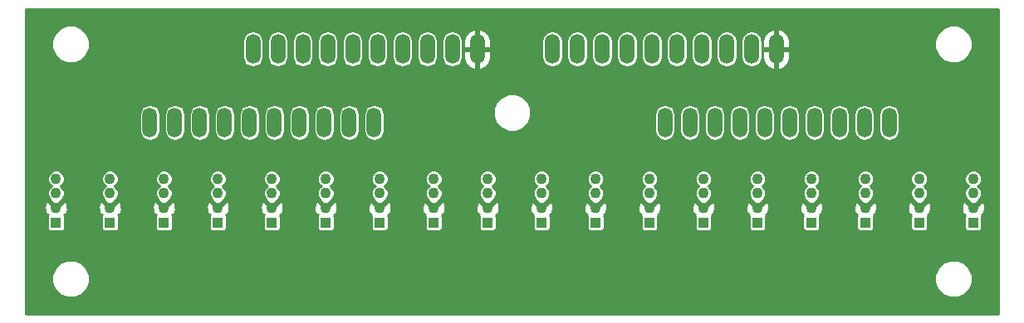
<source format=gbl>
G04 #@! TF.FileFunction,Copper,L1,Top,Signal*
%FSLAX46Y46*%
G04 Gerber Fmt 4.6, Leading zero omitted, Abs format (unit mm)*
G04 Created by KiCad (PCBNEW 4.0.7-e0-6372~58~ubuntu16.10.1) date Thu Feb  8 12:56:22 2018*
%MOMM*%
%LPD*%
G01*
G04 APERTURE LIST*
%ADD10C,0.100000*%
%ADD11R,1.100000X1.100000*%
%ADD12C,1.100000*%
%ADD13O,1.506220X3.014980*%
%ADD14C,0.254000*%
G04 APERTURE END LIST*
D10*
D11*
X3500000Y-22250000D03*
D12*
X3500000Y-20750000D03*
X3500000Y-19250000D03*
X3500000Y-17750000D03*
D11*
X9000000Y-22250000D03*
D12*
X9000000Y-20750000D03*
X9000000Y-19250000D03*
X9000000Y-17750000D03*
D11*
X14500000Y-22250000D03*
D12*
X14500000Y-20750000D03*
X14500000Y-19250000D03*
X14500000Y-17750000D03*
D11*
X20000000Y-22250000D03*
D12*
X20000000Y-20750000D03*
X20000000Y-19250000D03*
X20000000Y-17750000D03*
D11*
X25500000Y-22250000D03*
D12*
X25500000Y-20750000D03*
X25500000Y-19250000D03*
X25500000Y-17750000D03*
D11*
X31000000Y-22250000D03*
D12*
X31000000Y-20750000D03*
X31000000Y-19250000D03*
X31000000Y-17750000D03*
D11*
X36500000Y-22250000D03*
D12*
X36500000Y-20750000D03*
X36500000Y-19250000D03*
X36500000Y-17750000D03*
D11*
X42000000Y-22250000D03*
D12*
X42000000Y-20750000D03*
X42000000Y-19250000D03*
X42000000Y-17750000D03*
D11*
X47500000Y-22250000D03*
D12*
X47500000Y-20750000D03*
X47500000Y-19250000D03*
X47500000Y-17750000D03*
D11*
X53000000Y-22250000D03*
D12*
X53000000Y-20750000D03*
X53000000Y-19250000D03*
X53000000Y-17750000D03*
D11*
X58500000Y-22250000D03*
D12*
X58500000Y-20750000D03*
X58500000Y-19250000D03*
X58500000Y-17750000D03*
D11*
X64000000Y-22250000D03*
D12*
X64000000Y-20750000D03*
X64000000Y-19250000D03*
X64000000Y-17750000D03*
D11*
X69500000Y-22250000D03*
D12*
X69500000Y-20750000D03*
X69500000Y-19250000D03*
X69500000Y-17750000D03*
D11*
X75000000Y-22250000D03*
D12*
X75000000Y-20750000D03*
X75000000Y-19250000D03*
X75000000Y-17750000D03*
D11*
X80500000Y-22250000D03*
D12*
X80500000Y-20750000D03*
X80500000Y-19250000D03*
X80500000Y-17750000D03*
D11*
X86000000Y-22250000D03*
D12*
X86000000Y-20750000D03*
X86000000Y-19250000D03*
X86000000Y-17750000D03*
D13*
X13070000Y-12000000D03*
X15610000Y-12000000D03*
X18150000Y-12000000D03*
X20690000Y-12000000D03*
X35930000Y-12000000D03*
X33390000Y-12000000D03*
X30850000Y-12000000D03*
X28310000Y-12000000D03*
X25770000Y-12000000D03*
X23230000Y-12000000D03*
X65570000Y-12000000D03*
X68110000Y-12000000D03*
X70650000Y-12000000D03*
X73190000Y-12000000D03*
X88430000Y-12000000D03*
X85890000Y-12000000D03*
X83350000Y-12000000D03*
X80810000Y-12000000D03*
X78270000Y-12000000D03*
X75730000Y-12000000D03*
X23570000Y-4500000D03*
X26110000Y-4500000D03*
X28650000Y-4500000D03*
X31190000Y-4500000D03*
X46430000Y-4500000D03*
X43890000Y-4500000D03*
X41350000Y-4500000D03*
X38810000Y-4500000D03*
X36270000Y-4500000D03*
X33730000Y-4500000D03*
X54070000Y-4500000D03*
X56610000Y-4500000D03*
X59150000Y-4500000D03*
X61690000Y-4500000D03*
X76930000Y-4500000D03*
X74390000Y-4500000D03*
X71850000Y-4500000D03*
X69310000Y-4500000D03*
X66770000Y-4500000D03*
X64230000Y-4500000D03*
D11*
X91500000Y-22250000D03*
D12*
X91500000Y-20750000D03*
X91500000Y-19250000D03*
X91500000Y-17750000D03*
D11*
X97000000Y-22250000D03*
D12*
X97000000Y-20750000D03*
X97000000Y-19250000D03*
X97000000Y-17750000D03*
D14*
G36*
X99598000Y-31598000D02*
X402000Y-31598000D01*
X402000Y-28381622D01*
X3072666Y-28381622D01*
X3365416Y-29090132D01*
X3907017Y-29632678D01*
X4615014Y-29926665D01*
X5381622Y-29927334D01*
X6090132Y-29634584D01*
X6632678Y-29092983D01*
X6926665Y-28384986D01*
X6926667Y-28381622D01*
X93072666Y-28381622D01*
X93365416Y-29090132D01*
X93907017Y-29632678D01*
X94615014Y-29926665D01*
X95381622Y-29927334D01*
X96090132Y-29634584D01*
X96632678Y-29092983D01*
X96926665Y-28384986D01*
X96927334Y-27618378D01*
X96634584Y-26909868D01*
X96092983Y-26367322D01*
X95384986Y-26073335D01*
X94618378Y-26072666D01*
X93909868Y-26365416D01*
X93367322Y-26907017D01*
X93073335Y-27615014D01*
X93072666Y-28381622D01*
X6926667Y-28381622D01*
X6927334Y-27618378D01*
X6634584Y-26909868D01*
X6092983Y-26367322D01*
X5384986Y-26073335D01*
X4618378Y-26072666D01*
X3909868Y-26365416D01*
X3367322Y-26907017D01*
X3073335Y-27615014D01*
X3072666Y-28381622D01*
X402000Y-28381622D01*
X402000Y-20593001D01*
X2302028Y-20593001D01*
X2333137Y-21063396D01*
X2453299Y-21353492D01*
X2673564Y-21396828D01*
X2557618Y-21512774D01*
X2638192Y-21593348D01*
X2616594Y-21700000D01*
X2616594Y-22800000D01*
X2639395Y-22921179D01*
X2711012Y-23032474D01*
X2820286Y-23107138D01*
X2950000Y-23133406D01*
X4050000Y-23133406D01*
X4171179Y-23110605D01*
X4282474Y-23038988D01*
X4357138Y-22929714D01*
X4383406Y-22800000D01*
X4383406Y-21700000D01*
X4363096Y-21592060D01*
X4442382Y-21512774D01*
X4326436Y-21396828D01*
X4546701Y-21353492D01*
X4697972Y-20906999D01*
X4677207Y-20593001D01*
X7802028Y-20593001D01*
X7833137Y-21063396D01*
X7953299Y-21353492D01*
X8173564Y-21396828D01*
X8057618Y-21512774D01*
X8138192Y-21593348D01*
X8116594Y-21700000D01*
X8116594Y-22800000D01*
X8139395Y-22921179D01*
X8211012Y-23032474D01*
X8320286Y-23107138D01*
X8450000Y-23133406D01*
X9550000Y-23133406D01*
X9671179Y-23110605D01*
X9782474Y-23038988D01*
X9857138Y-22929714D01*
X9883406Y-22800000D01*
X9883406Y-21700000D01*
X9863096Y-21592060D01*
X9942382Y-21512774D01*
X9826436Y-21396828D01*
X10046701Y-21353492D01*
X10197972Y-20906999D01*
X10177207Y-20593001D01*
X13302028Y-20593001D01*
X13333137Y-21063396D01*
X13453299Y-21353492D01*
X13673564Y-21396828D01*
X13557618Y-21512774D01*
X13638192Y-21593348D01*
X13616594Y-21700000D01*
X13616594Y-22800000D01*
X13639395Y-22921179D01*
X13711012Y-23032474D01*
X13820286Y-23107138D01*
X13950000Y-23133406D01*
X15050000Y-23133406D01*
X15171179Y-23110605D01*
X15282474Y-23038988D01*
X15357138Y-22929714D01*
X15383406Y-22800000D01*
X15383406Y-21700000D01*
X15363096Y-21592060D01*
X15442382Y-21512774D01*
X15326436Y-21396828D01*
X15546701Y-21353492D01*
X15697972Y-20906999D01*
X15677207Y-20593001D01*
X18802028Y-20593001D01*
X18833137Y-21063396D01*
X18953299Y-21353492D01*
X19173564Y-21396828D01*
X19057618Y-21512774D01*
X19138192Y-21593348D01*
X19116594Y-21700000D01*
X19116594Y-22800000D01*
X19139395Y-22921179D01*
X19211012Y-23032474D01*
X19320286Y-23107138D01*
X19450000Y-23133406D01*
X20550000Y-23133406D01*
X20671179Y-23110605D01*
X20782474Y-23038988D01*
X20857138Y-22929714D01*
X20883406Y-22800000D01*
X20883406Y-21700000D01*
X20863096Y-21592060D01*
X20942382Y-21512774D01*
X20826436Y-21396828D01*
X21046701Y-21353492D01*
X21197972Y-20906999D01*
X21177207Y-20593001D01*
X24302028Y-20593001D01*
X24333137Y-21063396D01*
X24453299Y-21353492D01*
X24673564Y-21396828D01*
X24557618Y-21512774D01*
X24638192Y-21593348D01*
X24616594Y-21700000D01*
X24616594Y-22800000D01*
X24639395Y-22921179D01*
X24711012Y-23032474D01*
X24820286Y-23107138D01*
X24950000Y-23133406D01*
X26050000Y-23133406D01*
X26171179Y-23110605D01*
X26282474Y-23038988D01*
X26357138Y-22929714D01*
X26383406Y-22800000D01*
X26383406Y-21700000D01*
X26363096Y-21592060D01*
X26442382Y-21512774D01*
X26326436Y-21396828D01*
X26546701Y-21353492D01*
X26697972Y-20906999D01*
X26677207Y-20593001D01*
X29802028Y-20593001D01*
X29833137Y-21063396D01*
X29953299Y-21353492D01*
X30173564Y-21396828D01*
X30057618Y-21512774D01*
X30138192Y-21593348D01*
X30116594Y-21700000D01*
X30116594Y-22800000D01*
X30139395Y-22921179D01*
X30211012Y-23032474D01*
X30320286Y-23107138D01*
X30450000Y-23133406D01*
X31550000Y-23133406D01*
X31671179Y-23110605D01*
X31782474Y-23038988D01*
X31857138Y-22929714D01*
X31883406Y-22800000D01*
X31883406Y-21700000D01*
X31863096Y-21592060D01*
X31942382Y-21512774D01*
X31826436Y-21396828D01*
X32046701Y-21353492D01*
X32197972Y-20906999D01*
X32177207Y-20593001D01*
X35302028Y-20593001D01*
X35333137Y-21063396D01*
X35453299Y-21353492D01*
X35673564Y-21396828D01*
X35557618Y-21512774D01*
X35638192Y-21593348D01*
X35616594Y-21700000D01*
X35616594Y-22800000D01*
X35639395Y-22921179D01*
X35711012Y-23032474D01*
X35820286Y-23107138D01*
X35950000Y-23133406D01*
X37050000Y-23133406D01*
X37171179Y-23110605D01*
X37282474Y-23038988D01*
X37357138Y-22929714D01*
X37383406Y-22800000D01*
X37383406Y-21700000D01*
X37363096Y-21592060D01*
X37442382Y-21512774D01*
X37326436Y-21396828D01*
X37546701Y-21353492D01*
X37697972Y-20906999D01*
X37677207Y-20593001D01*
X40802028Y-20593001D01*
X40833137Y-21063396D01*
X40953299Y-21353492D01*
X41173564Y-21396828D01*
X41057618Y-21512774D01*
X41138192Y-21593348D01*
X41116594Y-21700000D01*
X41116594Y-22800000D01*
X41139395Y-22921179D01*
X41211012Y-23032474D01*
X41320286Y-23107138D01*
X41450000Y-23133406D01*
X42550000Y-23133406D01*
X42671179Y-23110605D01*
X42782474Y-23038988D01*
X42857138Y-22929714D01*
X42883406Y-22800000D01*
X42883406Y-21700000D01*
X42863096Y-21592060D01*
X42942382Y-21512774D01*
X42826436Y-21396828D01*
X43046701Y-21353492D01*
X43197972Y-20906999D01*
X43177207Y-20593001D01*
X46302028Y-20593001D01*
X46333137Y-21063396D01*
X46453299Y-21353492D01*
X46673564Y-21396828D01*
X46557618Y-21512774D01*
X46638192Y-21593348D01*
X46616594Y-21700000D01*
X46616594Y-22800000D01*
X46639395Y-22921179D01*
X46711012Y-23032474D01*
X46820286Y-23107138D01*
X46950000Y-23133406D01*
X48050000Y-23133406D01*
X48171179Y-23110605D01*
X48282474Y-23038988D01*
X48357138Y-22929714D01*
X48383406Y-22800000D01*
X48383406Y-21700000D01*
X48363096Y-21592060D01*
X48442382Y-21512774D01*
X48326436Y-21396828D01*
X48546701Y-21353492D01*
X48697972Y-20906999D01*
X48677207Y-20593001D01*
X51802028Y-20593001D01*
X51833137Y-21063396D01*
X51953299Y-21353492D01*
X52173564Y-21396828D01*
X52057618Y-21512774D01*
X52138192Y-21593348D01*
X52116594Y-21700000D01*
X52116594Y-22800000D01*
X52139395Y-22921179D01*
X52211012Y-23032474D01*
X52320286Y-23107138D01*
X52450000Y-23133406D01*
X53550000Y-23133406D01*
X53671179Y-23110605D01*
X53782474Y-23038988D01*
X53857138Y-22929714D01*
X53883406Y-22800000D01*
X53883406Y-21700000D01*
X53863096Y-21592060D01*
X53942382Y-21512774D01*
X53826436Y-21396828D01*
X54046701Y-21353492D01*
X54197972Y-20906999D01*
X54177207Y-20593001D01*
X57302028Y-20593001D01*
X57333137Y-21063396D01*
X57453299Y-21353492D01*
X57673564Y-21396828D01*
X57557618Y-21512774D01*
X57638192Y-21593348D01*
X57616594Y-21700000D01*
X57616594Y-22800000D01*
X57639395Y-22921179D01*
X57711012Y-23032474D01*
X57820286Y-23107138D01*
X57950000Y-23133406D01*
X59050000Y-23133406D01*
X59171179Y-23110605D01*
X59282474Y-23038988D01*
X59357138Y-22929714D01*
X59383406Y-22800000D01*
X59383406Y-21700000D01*
X59363096Y-21592060D01*
X59442382Y-21512774D01*
X59326436Y-21396828D01*
X59546701Y-21353492D01*
X59697972Y-20906999D01*
X59677207Y-20593001D01*
X62802028Y-20593001D01*
X62833137Y-21063396D01*
X62953299Y-21353492D01*
X63173564Y-21396828D01*
X63057618Y-21512774D01*
X63138192Y-21593348D01*
X63116594Y-21700000D01*
X63116594Y-22800000D01*
X63139395Y-22921179D01*
X63211012Y-23032474D01*
X63320286Y-23107138D01*
X63450000Y-23133406D01*
X64550000Y-23133406D01*
X64671179Y-23110605D01*
X64782474Y-23038988D01*
X64857138Y-22929714D01*
X64883406Y-22800000D01*
X64883406Y-21700000D01*
X64863096Y-21592060D01*
X64942382Y-21512774D01*
X64826436Y-21396828D01*
X65046701Y-21353492D01*
X65197972Y-20906999D01*
X65177207Y-20593001D01*
X68302028Y-20593001D01*
X68333137Y-21063396D01*
X68453299Y-21353492D01*
X68673564Y-21396828D01*
X68557618Y-21512774D01*
X68638192Y-21593348D01*
X68616594Y-21700000D01*
X68616594Y-22800000D01*
X68639395Y-22921179D01*
X68711012Y-23032474D01*
X68820286Y-23107138D01*
X68950000Y-23133406D01*
X70050000Y-23133406D01*
X70171179Y-23110605D01*
X70282474Y-23038988D01*
X70357138Y-22929714D01*
X70383406Y-22800000D01*
X70383406Y-21700000D01*
X70363096Y-21592060D01*
X70442382Y-21512774D01*
X70326436Y-21396828D01*
X70546701Y-21353492D01*
X70697972Y-20906999D01*
X70677207Y-20593001D01*
X73802028Y-20593001D01*
X73833137Y-21063396D01*
X73953299Y-21353492D01*
X74173564Y-21396828D01*
X74057618Y-21512774D01*
X74138192Y-21593348D01*
X74116594Y-21700000D01*
X74116594Y-22800000D01*
X74139395Y-22921179D01*
X74211012Y-23032474D01*
X74320286Y-23107138D01*
X74450000Y-23133406D01*
X75550000Y-23133406D01*
X75671179Y-23110605D01*
X75782474Y-23038988D01*
X75857138Y-22929714D01*
X75883406Y-22800000D01*
X75883406Y-21700000D01*
X75863096Y-21592060D01*
X75942382Y-21512774D01*
X75826436Y-21396828D01*
X76046701Y-21353492D01*
X76197972Y-20906999D01*
X76177207Y-20593001D01*
X79302028Y-20593001D01*
X79333137Y-21063396D01*
X79453299Y-21353492D01*
X79673564Y-21396828D01*
X79557618Y-21512774D01*
X79638192Y-21593348D01*
X79616594Y-21700000D01*
X79616594Y-22800000D01*
X79639395Y-22921179D01*
X79711012Y-23032474D01*
X79820286Y-23107138D01*
X79950000Y-23133406D01*
X81050000Y-23133406D01*
X81171179Y-23110605D01*
X81282474Y-23038988D01*
X81357138Y-22929714D01*
X81383406Y-22800000D01*
X81383406Y-21700000D01*
X81363096Y-21592060D01*
X81442382Y-21512774D01*
X81326436Y-21396828D01*
X81546701Y-21353492D01*
X81697972Y-20906999D01*
X81677207Y-20593001D01*
X84802028Y-20593001D01*
X84833137Y-21063396D01*
X84953299Y-21353492D01*
X85173564Y-21396828D01*
X85057618Y-21512774D01*
X85138192Y-21593348D01*
X85116594Y-21700000D01*
X85116594Y-22800000D01*
X85139395Y-22921179D01*
X85211012Y-23032474D01*
X85320286Y-23107138D01*
X85450000Y-23133406D01*
X86550000Y-23133406D01*
X86671179Y-23110605D01*
X86782474Y-23038988D01*
X86857138Y-22929714D01*
X86883406Y-22800000D01*
X86883406Y-21700000D01*
X86863096Y-21592060D01*
X86942382Y-21512774D01*
X86826436Y-21396828D01*
X87046701Y-21353492D01*
X87197972Y-20906999D01*
X87177207Y-20593001D01*
X90302028Y-20593001D01*
X90333137Y-21063396D01*
X90453299Y-21353492D01*
X90673564Y-21396828D01*
X90557618Y-21512774D01*
X90638192Y-21593348D01*
X90616594Y-21700000D01*
X90616594Y-22800000D01*
X90639395Y-22921179D01*
X90711012Y-23032474D01*
X90820286Y-23107138D01*
X90950000Y-23133406D01*
X92050000Y-23133406D01*
X92171179Y-23110605D01*
X92282474Y-23038988D01*
X92357138Y-22929714D01*
X92383406Y-22800000D01*
X92383406Y-21700000D01*
X92363096Y-21592060D01*
X92442382Y-21512774D01*
X92326436Y-21396828D01*
X92546701Y-21353492D01*
X92697972Y-20906999D01*
X92677207Y-20593001D01*
X95802028Y-20593001D01*
X95833137Y-21063396D01*
X95953299Y-21353492D01*
X96173564Y-21396828D01*
X96057618Y-21512774D01*
X96138192Y-21593348D01*
X96116594Y-21700000D01*
X96116594Y-22800000D01*
X96139395Y-22921179D01*
X96211012Y-23032474D01*
X96320286Y-23107138D01*
X96450000Y-23133406D01*
X97550000Y-23133406D01*
X97671179Y-23110605D01*
X97782474Y-23038988D01*
X97857138Y-22929714D01*
X97883406Y-22800000D01*
X97883406Y-21700000D01*
X97863096Y-21592060D01*
X97942382Y-21512774D01*
X97826436Y-21396828D01*
X98046701Y-21353492D01*
X98197972Y-20906999D01*
X98166863Y-20436604D01*
X98046701Y-20146508D01*
X97826433Y-20103172D01*
X97179605Y-20750000D01*
X97193748Y-20764143D01*
X97014143Y-20943748D01*
X97000000Y-20929605D01*
X96985858Y-20943748D01*
X96806253Y-20764143D01*
X96820395Y-20750000D01*
X96173567Y-20103172D01*
X95953299Y-20146508D01*
X95802028Y-20593001D01*
X92677207Y-20593001D01*
X92666863Y-20436604D01*
X92546701Y-20146508D01*
X92326433Y-20103172D01*
X91679605Y-20750000D01*
X91693748Y-20764143D01*
X91514143Y-20943748D01*
X91500000Y-20929605D01*
X91485858Y-20943748D01*
X91306253Y-20764143D01*
X91320395Y-20750000D01*
X90673567Y-20103172D01*
X90453299Y-20146508D01*
X90302028Y-20593001D01*
X87177207Y-20593001D01*
X87166863Y-20436604D01*
X87046701Y-20146508D01*
X86826433Y-20103172D01*
X86179605Y-20750000D01*
X86193748Y-20764143D01*
X86014143Y-20943748D01*
X86000000Y-20929605D01*
X85985858Y-20943748D01*
X85806253Y-20764143D01*
X85820395Y-20750000D01*
X85173567Y-20103172D01*
X84953299Y-20146508D01*
X84802028Y-20593001D01*
X81677207Y-20593001D01*
X81666863Y-20436604D01*
X81546701Y-20146508D01*
X81326433Y-20103172D01*
X80679605Y-20750000D01*
X80693748Y-20764143D01*
X80514143Y-20943748D01*
X80500000Y-20929605D01*
X80485858Y-20943748D01*
X80306253Y-20764143D01*
X80320395Y-20750000D01*
X79673567Y-20103172D01*
X79453299Y-20146508D01*
X79302028Y-20593001D01*
X76177207Y-20593001D01*
X76166863Y-20436604D01*
X76046701Y-20146508D01*
X75826433Y-20103172D01*
X75179605Y-20750000D01*
X75193748Y-20764143D01*
X75014143Y-20943748D01*
X75000000Y-20929605D01*
X74985858Y-20943748D01*
X74806253Y-20764143D01*
X74820395Y-20750000D01*
X74173567Y-20103172D01*
X73953299Y-20146508D01*
X73802028Y-20593001D01*
X70677207Y-20593001D01*
X70666863Y-20436604D01*
X70546701Y-20146508D01*
X70326433Y-20103172D01*
X69679605Y-20750000D01*
X69693748Y-20764143D01*
X69514143Y-20943748D01*
X69500000Y-20929605D01*
X69485858Y-20943748D01*
X69306253Y-20764143D01*
X69320395Y-20750000D01*
X68673567Y-20103172D01*
X68453299Y-20146508D01*
X68302028Y-20593001D01*
X65177207Y-20593001D01*
X65166863Y-20436604D01*
X65046701Y-20146508D01*
X64826433Y-20103172D01*
X64179605Y-20750000D01*
X64193748Y-20764143D01*
X64014143Y-20943748D01*
X64000000Y-20929605D01*
X63985858Y-20943748D01*
X63806253Y-20764143D01*
X63820395Y-20750000D01*
X63173567Y-20103172D01*
X62953299Y-20146508D01*
X62802028Y-20593001D01*
X59677207Y-20593001D01*
X59666863Y-20436604D01*
X59546701Y-20146508D01*
X59326433Y-20103172D01*
X58679605Y-20750000D01*
X58693748Y-20764143D01*
X58514143Y-20943748D01*
X58500000Y-20929605D01*
X58485858Y-20943748D01*
X58306253Y-20764143D01*
X58320395Y-20750000D01*
X57673567Y-20103172D01*
X57453299Y-20146508D01*
X57302028Y-20593001D01*
X54177207Y-20593001D01*
X54166863Y-20436604D01*
X54046701Y-20146508D01*
X53826433Y-20103172D01*
X53179605Y-20750000D01*
X53193748Y-20764143D01*
X53014143Y-20943748D01*
X53000000Y-20929605D01*
X52985858Y-20943748D01*
X52806253Y-20764143D01*
X52820395Y-20750000D01*
X52173567Y-20103172D01*
X51953299Y-20146508D01*
X51802028Y-20593001D01*
X48677207Y-20593001D01*
X48666863Y-20436604D01*
X48546701Y-20146508D01*
X48326433Y-20103172D01*
X47679605Y-20750000D01*
X47693748Y-20764143D01*
X47514143Y-20943748D01*
X47500000Y-20929605D01*
X47485858Y-20943748D01*
X47306253Y-20764143D01*
X47320395Y-20750000D01*
X46673567Y-20103172D01*
X46453299Y-20146508D01*
X46302028Y-20593001D01*
X43177207Y-20593001D01*
X43166863Y-20436604D01*
X43046701Y-20146508D01*
X42826433Y-20103172D01*
X42179605Y-20750000D01*
X42193748Y-20764143D01*
X42014143Y-20943748D01*
X42000000Y-20929605D01*
X41985858Y-20943748D01*
X41806253Y-20764143D01*
X41820395Y-20750000D01*
X41173567Y-20103172D01*
X40953299Y-20146508D01*
X40802028Y-20593001D01*
X37677207Y-20593001D01*
X37666863Y-20436604D01*
X37546701Y-20146508D01*
X37326433Y-20103172D01*
X36679605Y-20750000D01*
X36693748Y-20764143D01*
X36514143Y-20943748D01*
X36500000Y-20929605D01*
X36485858Y-20943748D01*
X36306253Y-20764143D01*
X36320395Y-20750000D01*
X35673567Y-20103172D01*
X35453299Y-20146508D01*
X35302028Y-20593001D01*
X32177207Y-20593001D01*
X32166863Y-20436604D01*
X32046701Y-20146508D01*
X31826433Y-20103172D01*
X31179605Y-20750000D01*
X31193748Y-20764143D01*
X31014143Y-20943748D01*
X31000000Y-20929605D01*
X30985858Y-20943748D01*
X30806253Y-20764143D01*
X30820395Y-20750000D01*
X30173567Y-20103172D01*
X29953299Y-20146508D01*
X29802028Y-20593001D01*
X26677207Y-20593001D01*
X26666863Y-20436604D01*
X26546701Y-20146508D01*
X26326433Y-20103172D01*
X25679605Y-20750000D01*
X25693748Y-20764143D01*
X25514143Y-20943748D01*
X25500000Y-20929605D01*
X25485858Y-20943748D01*
X25306253Y-20764143D01*
X25320395Y-20750000D01*
X24673567Y-20103172D01*
X24453299Y-20146508D01*
X24302028Y-20593001D01*
X21177207Y-20593001D01*
X21166863Y-20436604D01*
X21046701Y-20146508D01*
X20826433Y-20103172D01*
X20179605Y-20750000D01*
X20193748Y-20764143D01*
X20014143Y-20943748D01*
X20000000Y-20929605D01*
X19985858Y-20943748D01*
X19806253Y-20764143D01*
X19820395Y-20750000D01*
X19173567Y-20103172D01*
X18953299Y-20146508D01*
X18802028Y-20593001D01*
X15677207Y-20593001D01*
X15666863Y-20436604D01*
X15546701Y-20146508D01*
X15326433Y-20103172D01*
X14679605Y-20750000D01*
X14693748Y-20764143D01*
X14514143Y-20943748D01*
X14500000Y-20929605D01*
X14485858Y-20943748D01*
X14306253Y-20764143D01*
X14320395Y-20750000D01*
X13673567Y-20103172D01*
X13453299Y-20146508D01*
X13302028Y-20593001D01*
X10177207Y-20593001D01*
X10166863Y-20436604D01*
X10046701Y-20146508D01*
X9826433Y-20103172D01*
X9179605Y-20750000D01*
X9193748Y-20764143D01*
X9014143Y-20943748D01*
X9000000Y-20929605D01*
X8985858Y-20943748D01*
X8806253Y-20764143D01*
X8820395Y-20750000D01*
X8173567Y-20103172D01*
X7953299Y-20146508D01*
X7802028Y-20593001D01*
X4677207Y-20593001D01*
X4666863Y-20436604D01*
X4546701Y-20146508D01*
X4326433Y-20103172D01*
X3679605Y-20750000D01*
X3693748Y-20764143D01*
X3514143Y-20943748D01*
X3500000Y-20929605D01*
X3485858Y-20943748D01*
X3306253Y-20764143D01*
X3320395Y-20750000D01*
X2673567Y-20103172D01*
X2453299Y-20146508D01*
X2302028Y-20593001D01*
X402000Y-20593001D01*
X402000Y-17923681D01*
X2622849Y-17923681D01*
X2756082Y-18246131D01*
X3002571Y-18493051D01*
X3018948Y-18499851D01*
X3003869Y-18506082D01*
X2756949Y-18752571D01*
X2623153Y-19074789D01*
X2622849Y-19423681D01*
X2756082Y-19746131D01*
X2866349Y-19856591D01*
X2853172Y-19923567D01*
X3500000Y-20570395D01*
X4146828Y-19923567D01*
X4133659Y-19856630D01*
X4243051Y-19747429D01*
X4376847Y-19425211D01*
X4377151Y-19076319D01*
X4243918Y-18753869D01*
X3997429Y-18506949D01*
X3981052Y-18500149D01*
X3996131Y-18493918D01*
X4243051Y-18247429D01*
X4376847Y-17925211D01*
X4376848Y-17923681D01*
X8122849Y-17923681D01*
X8256082Y-18246131D01*
X8502571Y-18493051D01*
X8518948Y-18499851D01*
X8503869Y-18506082D01*
X8256949Y-18752571D01*
X8123153Y-19074789D01*
X8122849Y-19423681D01*
X8256082Y-19746131D01*
X8366349Y-19856591D01*
X8353172Y-19923567D01*
X9000000Y-20570395D01*
X9646828Y-19923567D01*
X9633659Y-19856630D01*
X9743051Y-19747429D01*
X9876847Y-19425211D01*
X9877151Y-19076319D01*
X9743918Y-18753869D01*
X9497429Y-18506949D01*
X9481052Y-18500149D01*
X9496131Y-18493918D01*
X9743051Y-18247429D01*
X9876847Y-17925211D01*
X9876848Y-17923681D01*
X13622849Y-17923681D01*
X13756082Y-18246131D01*
X14002571Y-18493051D01*
X14018948Y-18499851D01*
X14003869Y-18506082D01*
X13756949Y-18752571D01*
X13623153Y-19074789D01*
X13622849Y-19423681D01*
X13756082Y-19746131D01*
X13866349Y-19856591D01*
X13853172Y-19923567D01*
X14500000Y-20570395D01*
X15146828Y-19923567D01*
X15133659Y-19856630D01*
X15243051Y-19747429D01*
X15376847Y-19425211D01*
X15377151Y-19076319D01*
X15243918Y-18753869D01*
X14997429Y-18506949D01*
X14981052Y-18500149D01*
X14996131Y-18493918D01*
X15243051Y-18247429D01*
X15376847Y-17925211D01*
X15376848Y-17923681D01*
X19122849Y-17923681D01*
X19256082Y-18246131D01*
X19502571Y-18493051D01*
X19518948Y-18499851D01*
X19503869Y-18506082D01*
X19256949Y-18752571D01*
X19123153Y-19074789D01*
X19122849Y-19423681D01*
X19256082Y-19746131D01*
X19366349Y-19856591D01*
X19353172Y-19923567D01*
X20000000Y-20570395D01*
X20646828Y-19923567D01*
X20633659Y-19856630D01*
X20743051Y-19747429D01*
X20876847Y-19425211D01*
X20877151Y-19076319D01*
X20743918Y-18753869D01*
X20497429Y-18506949D01*
X20481052Y-18500149D01*
X20496131Y-18493918D01*
X20743051Y-18247429D01*
X20876847Y-17925211D01*
X20876848Y-17923681D01*
X24622849Y-17923681D01*
X24756082Y-18246131D01*
X25002571Y-18493051D01*
X25018948Y-18499851D01*
X25003869Y-18506082D01*
X24756949Y-18752571D01*
X24623153Y-19074789D01*
X24622849Y-19423681D01*
X24756082Y-19746131D01*
X24866349Y-19856591D01*
X24853172Y-19923567D01*
X25500000Y-20570395D01*
X26146828Y-19923567D01*
X26133659Y-19856630D01*
X26243051Y-19747429D01*
X26376847Y-19425211D01*
X26377151Y-19076319D01*
X26243918Y-18753869D01*
X25997429Y-18506949D01*
X25981052Y-18500149D01*
X25996131Y-18493918D01*
X26243051Y-18247429D01*
X26376847Y-17925211D01*
X26376848Y-17923681D01*
X30122849Y-17923681D01*
X30256082Y-18246131D01*
X30502571Y-18493051D01*
X30518948Y-18499851D01*
X30503869Y-18506082D01*
X30256949Y-18752571D01*
X30123153Y-19074789D01*
X30122849Y-19423681D01*
X30256082Y-19746131D01*
X30366349Y-19856591D01*
X30353172Y-19923567D01*
X31000000Y-20570395D01*
X31646828Y-19923567D01*
X31633659Y-19856630D01*
X31743051Y-19747429D01*
X31876847Y-19425211D01*
X31877151Y-19076319D01*
X31743918Y-18753869D01*
X31497429Y-18506949D01*
X31481052Y-18500149D01*
X31496131Y-18493918D01*
X31743051Y-18247429D01*
X31876847Y-17925211D01*
X31876848Y-17923681D01*
X35622849Y-17923681D01*
X35756082Y-18246131D01*
X36002571Y-18493051D01*
X36018948Y-18499851D01*
X36003869Y-18506082D01*
X35756949Y-18752571D01*
X35623153Y-19074789D01*
X35622849Y-19423681D01*
X35756082Y-19746131D01*
X35866349Y-19856591D01*
X35853172Y-19923567D01*
X36500000Y-20570395D01*
X37146828Y-19923567D01*
X37133659Y-19856630D01*
X37243051Y-19747429D01*
X37376847Y-19425211D01*
X37377151Y-19076319D01*
X37243918Y-18753869D01*
X36997429Y-18506949D01*
X36981052Y-18500149D01*
X36996131Y-18493918D01*
X37243051Y-18247429D01*
X37376847Y-17925211D01*
X37376848Y-17923681D01*
X41122849Y-17923681D01*
X41256082Y-18246131D01*
X41502571Y-18493051D01*
X41518948Y-18499851D01*
X41503869Y-18506082D01*
X41256949Y-18752571D01*
X41123153Y-19074789D01*
X41122849Y-19423681D01*
X41256082Y-19746131D01*
X41366349Y-19856591D01*
X41353172Y-19923567D01*
X42000000Y-20570395D01*
X42646828Y-19923567D01*
X42633659Y-19856630D01*
X42743051Y-19747429D01*
X42876847Y-19425211D01*
X42877151Y-19076319D01*
X42743918Y-18753869D01*
X42497429Y-18506949D01*
X42481052Y-18500149D01*
X42496131Y-18493918D01*
X42743051Y-18247429D01*
X42876847Y-17925211D01*
X42876848Y-17923681D01*
X46622849Y-17923681D01*
X46756082Y-18246131D01*
X47002571Y-18493051D01*
X47018948Y-18499851D01*
X47003869Y-18506082D01*
X46756949Y-18752571D01*
X46623153Y-19074789D01*
X46622849Y-19423681D01*
X46756082Y-19746131D01*
X46866349Y-19856591D01*
X46853172Y-19923567D01*
X47500000Y-20570395D01*
X48146828Y-19923567D01*
X48133659Y-19856630D01*
X48243051Y-19747429D01*
X48376847Y-19425211D01*
X48377151Y-19076319D01*
X48243918Y-18753869D01*
X47997429Y-18506949D01*
X47981052Y-18500149D01*
X47996131Y-18493918D01*
X48243051Y-18247429D01*
X48376847Y-17925211D01*
X48376848Y-17923681D01*
X52122849Y-17923681D01*
X52256082Y-18246131D01*
X52502571Y-18493051D01*
X52518948Y-18499851D01*
X52503869Y-18506082D01*
X52256949Y-18752571D01*
X52123153Y-19074789D01*
X52122849Y-19423681D01*
X52256082Y-19746131D01*
X52366349Y-19856591D01*
X52353172Y-19923567D01*
X53000000Y-20570395D01*
X53646828Y-19923567D01*
X53633659Y-19856630D01*
X53743051Y-19747429D01*
X53876847Y-19425211D01*
X53877151Y-19076319D01*
X53743918Y-18753869D01*
X53497429Y-18506949D01*
X53481052Y-18500149D01*
X53496131Y-18493918D01*
X53743051Y-18247429D01*
X53876847Y-17925211D01*
X53876848Y-17923681D01*
X57622849Y-17923681D01*
X57756082Y-18246131D01*
X58002571Y-18493051D01*
X58018948Y-18499851D01*
X58003869Y-18506082D01*
X57756949Y-18752571D01*
X57623153Y-19074789D01*
X57622849Y-19423681D01*
X57756082Y-19746131D01*
X57866349Y-19856591D01*
X57853172Y-19923567D01*
X58500000Y-20570395D01*
X59146828Y-19923567D01*
X59133659Y-19856630D01*
X59243051Y-19747429D01*
X59376847Y-19425211D01*
X59377151Y-19076319D01*
X59243918Y-18753869D01*
X58997429Y-18506949D01*
X58981052Y-18500149D01*
X58996131Y-18493918D01*
X59243051Y-18247429D01*
X59376847Y-17925211D01*
X59376848Y-17923681D01*
X63122849Y-17923681D01*
X63256082Y-18246131D01*
X63502571Y-18493051D01*
X63518948Y-18499851D01*
X63503869Y-18506082D01*
X63256949Y-18752571D01*
X63123153Y-19074789D01*
X63122849Y-19423681D01*
X63256082Y-19746131D01*
X63366349Y-19856591D01*
X63353172Y-19923567D01*
X64000000Y-20570395D01*
X64646828Y-19923567D01*
X64633659Y-19856630D01*
X64743051Y-19747429D01*
X64876847Y-19425211D01*
X64877151Y-19076319D01*
X64743918Y-18753869D01*
X64497429Y-18506949D01*
X64481052Y-18500149D01*
X64496131Y-18493918D01*
X64743051Y-18247429D01*
X64876847Y-17925211D01*
X64876848Y-17923681D01*
X68622849Y-17923681D01*
X68756082Y-18246131D01*
X69002571Y-18493051D01*
X69018948Y-18499851D01*
X69003869Y-18506082D01*
X68756949Y-18752571D01*
X68623153Y-19074789D01*
X68622849Y-19423681D01*
X68756082Y-19746131D01*
X68866349Y-19856591D01*
X68853172Y-19923567D01*
X69500000Y-20570395D01*
X70146828Y-19923567D01*
X70133659Y-19856630D01*
X70243051Y-19747429D01*
X70376847Y-19425211D01*
X70377151Y-19076319D01*
X70243918Y-18753869D01*
X69997429Y-18506949D01*
X69981052Y-18500149D01*
X69996131Y-18493918D01*
X70243051Y-18247429D01*
X70376847Y-17925211D01*
X70376848Y-17923681D01*
X74122849Y-17923681D01*
X74256082Y-18246131D01*
X74502571Y-18493051D01*
X74518948Y-18499851D01*
X74503869Y-18506082D01*
X74256949Y-18752571D01*
X74123153Y-19074789D01*
X74122849Y-19423681D01*
X74256082Y-19746131D01*
X74366349Y-19856591D01*
X74353172Y-19923567D01*
X75000000Y-20570395D01*
X75646828Y-19923567D01*
X75633659Y-19856630D01*
X75743051Y-19747429D01*
X75876847Y-19425211D01*
X75877151Y-19076319D01*
X75743918Y-18753869D01*
X75497429Y-18506949D01*
X75481052Y-18500149D01*
X75496131Y-18493918D01*
X75743051Y-18247429D01*
X75876847Y-17925211D01*
X75876848Y-17923681D01*
X79622849Y-17923681D01*
X79756082Y-18246131D01*
X80002571Y-18493051D01*
X80018948Y-18499851D01*
X80003869Y-18506082D01*
X79756949Y-18752571D01*
X79623153Y-19074789D01*
X79622849Y-19423681D01*
X79756082Y-19746131D01*
X79866349Y-19856591D01*
X79853172Y-19923567D01*
X80500000Y-20570395D01*
X81146828Y-19923567D01*
X81133659Y-19856630D01*
X81243051Y-19747429D01*
X81376847Y-19425211D01*
X81377151Y-19076319D01*
X81243918Y-18753869D01*
X80997429Y-18506949D01*
X80981052Y-18500149D01*
X80996131Y-18493918D01*
X81243051Y-18247429D01*
X81376847Y-17925211D01*
X81376848Y-17923681D01*
X85122849Y-17923681D01*
X85256082Y-18246131D01*
X85502571Y-18493051D01*
X85518948Y-18499851D01*
X85503869Y-18506082D01*
X85256949Y-18752571D01*
X85123153Y-19074789D01*
X85122849Y-19423681D01*
X85256082Y-19746131D01*
X85366349Y-19856591D01*
X85353172Y-19923567D01*
X86000000Y-20570395D01*
X86646828Y-19923567D01*
X86633659Y-19856630D01*
X86743051Y-19747429D01*
X86876847Y-19425211D01*
X86877151Y-19076319D01*
X86743918Y-18753869D01*
X86497429Y-18506949D01*
X86481052Y-18500149D01*
X86496131Y-18493918D01*
X86743051Y-18247429D01*
X86876847Y-17925211D01*
X86876848Y-17923681D01*
X90622849Y-17923681D01*
X90756082Y-18246131D01*
X91002571Y-18493051D01*
X91018948Y-18499851D01*
X91003869Y-18506082D01*
X90756949Y-18752571D01*
X90623153Y-19074789D01*
X90622849Y-19423681D01*
X90756082Y-19746131D01*
X90866349Y-19856591D01*
X90853172Y-19923567D01*
X91500000Y-20570395D01*
X92146828Y-19923567D01*
X92133659Y-19856630D01*
X92243051Y-19747429D01*
X92376847Y-19425211D01*
X92377151Y-19076319D01*
X92243918Y-18753869D01*
X91997429Y-18506949D01*
X91981052Y-18500149D01*
X91996131Y-18493918D01*
X92243051Y-18247429D01*
X92376847Y-17925211D01*
X92376848Y-17923681D01*
X96122849Y-17923681D01*
X96256082Y-18246131D01*
X96502571Y-18493051D01*
X96518948Y-18499851D01*
X96503869Y-18506082D01*
X96256949Y-18752571D01*
X96123153Y-19074789D01*
X96122849Y-19423681D01*
X96256082Y-19746131D01*
X96366349Y-19856591D01*
X96353172Y-19923567D01*
X97000000Y-20570395D01*
X97646828Y-19923567D01*
X97633659Y-19856630D01*
X97743051Y-19747429D01*
X97876847Y-19425211D01*
X97877151Y-19076319D01*
X97743918Y-18753869D01*
X97497429Y-18506949D01*
X97481052Y-18500149D01*
X97496131Y-18493918D01*
X97743051Y-18247429D01*
X97876847Y-17925211D01*
X97877151Y-17576319D01*
X97743918Y-17253869D01*
X97497429Y-17006949D01*
X97175211Y-16873153D01*
X96826319Y-16872849D01*
X96503869Y-17006082D01*
X96256949Y-17252571D01*
X96123153Y-17574789D01*
X96122849Y-17923681D01*
X92376848Y-17923681D01*
X92377151Y-17576319D01*
X92243918Y-17253869D01*
X91997429Y-17006949D01*
X91675211Y-16873153D01*
X91326319Y-16872849D01*
X91003869Y-17006082D01*
X90756949Y-17252571D01*
X90623153Y-17574789D01*
X90622849Y-17923681D01*
X86876848Y-17923681D01*
X86877151Y-17576319D01*
X86743918Y-17253869D01*
X86497429Y-17006949D01*
X86175211Y-16873153D01*
X85826319Y-16872849D01*
X85503869Y-17006082D01*
X85256949Y-17252571D01*
X85123153Y-17574789D01*
X85122849Y-17923681D01*
X81376848Y-17923681D01*
X81377151Y-17576319D01*
X81243918Y-17253869D01*
X80997429Y-17006949D01*
X80675211Y-16873153D01*
X80326319Y-16872849D01*
X80003869Y-17006082D01*
X79756949Y-17252571D01*
X79623153Y-17574789D01*
X79622849Y-17923681D01*
X75876848Y-17923681D01*
X75877151Y-17576319D01*
X75743918Y-17253869D01*
X75497429Y-17006949D01*
X75175211Y-16873153D01*
X74826319Y-16872849D01*
X74503869Y-17006082D01*
X74256949Y-17252571D01*
X74123153Y-17574789D01*
X74122849Y-17923681D01*
X70376848Y-17923681D01*
X70377151Y-17576319D01*
X70243918Y-17253869D01*
X69997429Y-17006949D01*
X69675211Y-16873153D01*
X69326319Y-16872849D01*
X69003869Y-17006082D01*
X68756949Y-17252571D01*
X68623153Y-17574789D01*
X68622849Y-17923681D01*
X64876848Y-17923681D01*
X64877151Y-17576319D01*
X64743918Y-17253869D01*
X64497429Y-17006949D01*
X64175211Y-16873153D01*
X63826319Y-16872849D01*
X63503869Y-17006082D01*
X63256949Y-17252571D01*
X63123153Y-17574789D01*
X63122849Y-17923681D01*
X59376848Y-17923681D01*
X59377151Y-17576319D01*
X59243918Y-17253869D01*
X58997429Y-17006949D01*
X58675211Y-16873153D01*
X58326319Y-16872849D01*
X58003869Y-17006082D01*
X57756949Y-17252571D01*
X57623153Y-17574789D01*
X57622849Y-17923681D01*
X53876848Y-17923681D01*
X53877151Y-17576319D01*
X53743918Y-17253869D01*
X53497429Y-17006949D01*
X53175211Y-16873153D01*
X52826319Y-16872849D01*
X52503869Y-17006082D01*
X52256949Y-17252571D01*
X52123153Y-17574789D01*
X52122849Y-17923681D01*
X48376848Y-17923681D01*
X48377151Y-17576319D01*
X48243918Y-17253869D01*
X47997429Y-17006949D01*
X47675211Y-16873153D01*
X47326319Y-16872849D01*
X47003869Y-17006082D01*
X46756949Y-17252571D01*
X46623153Y-17574789D01*
X46622849Y-17923681D01*
X42876848Y-17923681D01*
X42877151Y-17576319D01*
X42743918Y-17253869D01*
X42497429Y-17006949D01*
X42175211Y-16873153D01*
X41826319Y-16872849D01*
X41503869Y-17006082D01*
X41256949Y-17252571D01*
X41123153Y-17574789D01*
X41122849Y-17923681D01*
X37376848Y-17923681D01*
X37377151Y-17576319D01*
X37243918Y-17253869D01*
X36997429Y-17006949D01*
X36675211Y-16873153D01*
X36326319Y-16872849D01*
X36003869Y-17006082D01*
X35756949Y-17252571D01*
X35623153Y-17574789D01*
X35622849Y-17923681D01*
X31876848Y-17923681D01*
X31877151Y-17576319D01*
X31743918Y-17253869D01*
X31497429Y-17006949D01*
X31175211Y-16873153D01*
X30826319Y-16872849D01*
X30503869Y-17006082D01*
X30256949Y-17252571D01*
X30123153Y-17574789D01*
X30122849Y-17923681D01*
X26376848Y-17923681D01*
X26377151Y-17576319D01*
X26243918Y-17253869D01*
X25997429Y-17006949D01*
X25675211Y-16873153D01*
X25326319Y-16872849D01*
X25003869Y-17006082D01*
X24756949Y-17252571D01*
X24623153Y-17574789D01*
X24622849Y-17923681D01*
X20876848Y-17923681D01*
X20877151Y-17576319D01*
X20743918Y-17253869D01*
X20497429Y-17006949D01*
X20175211Y-16873153D01*
X19826319Y-16872849D01*
X19503869Y-17006082D01*
X19256949Y-17252571D01*
X19123153Y-17574789D01*
X19122849Y-17923681D01*
X15376848Y-17923681D01*
X15377151Y-17576319D01*
X15243918Y-17253869D01*
X14997429Y-17006949D01*
X14675211Y-16873153D01*
X14326319Y-16872849D01*
X14003869Y-17006082D01*
X13756949Y-17252571D01*
X13623153Y-17574789D01*
X13622849Y-17923681D01*
X9876848Y-17923681D01*
X9877151Y-17576319D01*
X9743918Y-17253869D01*
X9497429Y-17006949D01*
X9175211Y-16873153D01*
X8826319Y-16872849D01*
X8503869Y-17006082D01*
X8256949Y-17252571D01*
X8123153Y-17574789D01*
X8122849Y-17923681D01*
X4376848Y-17923681D01*
X4377151Y-17576319D01*
X4243918Y-17253869D01*
X3997429Y-17006949D01*
X3675211Y-16873153D01*
X3326319Y-16872849D01*
X3003869Y-17006082D01*
X2756949Y-17252571D01*
X2623153Y-17574789D01*
X2622849Y-17923681D01*
X402000Y-17923681D01*
X402000Y-11209680D01*
X11989890Y-11209680D01*
X11989890Y-12790320D01*
X12072108Y-13203660D01*
X12306247Y-13554073D01*
X12656660Y-13788212D01*
X13070000Y-13870430D01*
X13483340Y-13788212D01*
X13833753Y-13554073D01*
X14067892Y-13203660D01*
X14150110Y-12790320D01*
X14150110Y-11209680D01*
X14529890Y-11209680D01*
X14529890Y-12790320D01*
X14612108Y-13203660D01*
X14846247Y-13554073D01*
X15196660Y-13788212D01*
X15610000Y-13870430D01*
X16023340Y-13788212D01*
X16373753Y-13554073D01*
X16607892Y-13203660D01*
X16690110Y-12790320D01*
X16690110Y-11209680D01*
X17069890Y-11209680D01*
X17069890Y-12790320D01*
X17152108Y-13203660D01*
X17386247Y-13554073D01*
X17736660Y-13788212D01*
X18150000Y-13870430D01*
X18563340Y-13788212D01*
X18913753Y-13554073D01*
X19147892Y-13203660D01*
X19230110Y-12790320D01*
X19230110Y-11209680D01*
X19609890Y-11209680D01*
X19609890Y-12790320D01*
X19692108Y-13203660D01*
X19926247Y-13554073D01*
X20276660Y-13788212D01*
X20690000Y-13870430D01*
X21103340Y-13788212D01*
X21453753Y-13554073D01*
X21687892Y-13203660D01*
X21770110Y-12790320D01*
X21770110Y-11209680D01*
X22149890Y-11209680D01*
X22149890Y-12790320D01*
X22232108Y-13203660D01*
X22466247Y-13554073D01*
X22816660Y-13788212D01*
X23230000Y-13870430D01*
X23643340Y-13788212D01*
X23993753Y-13554073D01*
X24227892Y-13203660D01*
X24310110Y-12790320D01*
X24310110Y-11209680D01*
X24689890Y-11209680D01*
X24689890Y-12790320D01*
X24772108Y-13203660D01*
X25006247Y-13554073D01*
X25356660Y-13788212D01*
X25770000Y-13870430D01*
X26183340Y-13788212D01*
X26533753Y-13554073D01*
X26767892Y-13203660D01*
X26850110Y-12790320D01*
X26850110Y-11209680D01*
X27229890Y-11209680D01*
X27229890Y-12790320D01*
X27312108Y-13203660D01*
X27546247Y-13554073D01*
X27896660Y-13788212D01*
X28310000Y-13870430D01*
X28723340Y-13788212D01*
X29073753Y-13554073D01*
X29307892Y-13203660D01*
X29390110Y-12790320D01*
X29390110Y-11209680D01*
X29769890Y-11209680D01*
X29769890Y-12790320D01*
X29852108Y-13203660D01*
X30086247Y-13554073D01*
X30436660Y-13788212D01*
X30850000Y-13870430D01*
X31263340Y-13788212D01*
X31613753Y-13554073D01*
X31847892Y-13203660D01*
X31930110Y-12790320D01*
X31930110Y-11209680D01*
X32309890Y-11209680D01*
X32309890Y-12790320D01*
X32392108Y-13203660D01*
X32626247Y-13554073D01*
X32976660Y-13788212D01*
X33390000Y-13870430D01*
X33803340Y-13788212D01*
X34153753Y-13554073D01*
X34387892Y-13203660D01*
X34470110Y-12790320D01*
X34470110Y-11209680D01*
X34849890Y-11209680D01*
X34849890Y-12790320D01*
X34932108Y-13203660D01*
X35166247Y-13554073D01*
X35516660Y-13788212D01*
X35930000Y-13870430D01*
X36343340Y-13788212D01*
X36693753Y-13554073D01*
X36927892Y-13203660D01*
X37010110Y-12790320D01*
X37010110Y-11381622D01*
X48072666Y-11381622D01*
X48365416Y-12090132D01*
X48907017Y-12632678D01*
X49615014Y-12926665D01*
X50381622Y-12927334D01*
X51090132Y-12634584D01*
X51632678Y-12092983D01*
X51926665Y-11384986D01*
X51926817Y-11209680D01*
X64489890Y-11209680D01*
X64489890Y-12790320D01*
X64572108Y-13203660D01*
X64806247Y-13554073D01*
X65156660Y-13788212D01*
X65570000Y-13870430D01*
X65983340Y-13788212D01*
X66333753Y-13554073D01*
X66567892Y-13203660D01*
X66650110Y-12790320D01*
X66650110Y-11209680D01*
X67029890Y-11209680D01*
X67029890Y-12790320D01*
X67112108Y-13203660D01*
X67346247Y-13554073D01*
X67696660Y-13788212D01*
X68110000Y-13870430D01*
X68523340Y-13788212D01*
X68873753Y-13554073D01*
X69107892Y-13203660D01*
X69190110Y-12790320D01*
X69190110Y-11209680D01*
X69569890Y-11209680D01*
X69569890Y-12790320D01*
X69652108Y-13203660D01*
X69886247Y-13554073D01*
X70236660Y-13788212D01*
X70650000Y-13870430D01*
X71063340Y-13788212D01*
X71413753Y-13554073D01*
X71647892Y-13203660D01*
X71730110Y-12790320D01*
X71730110Y-11209680D01*
X72109890Y-11209680D01*
X72109890Y-12790320D01*
X72192108Y-13203660D01*
X72426247Y-13554073D01*
X72776660Y-13788212D01*
X73190000Y-13870430D01*
X73603340Y-13788212D01*
X73953753Y-13554073D01*
X74187892Y-13203660D01*
X74270110Y-12790320D01*
X74270110Y-11209680D01*
X74649890Y-11209680D01*
X74649890Y-12790320D01*
X74732108Y-13203660D01*
X74966247Y-13554073D01*
X75316660Y-13788212D01*
X75730000Y-13870430D01*
X76143340Y-13788212D01*
X76493753Y-13554073D01*
X76727892Y-13203660D01*
X76810110Y-12790320D01*
X76810110Y-11209680D01*
X77189890Y-11209680D01*
X77189890Y-12790320D01*
X77272108Y-13203660D01*
X77506247Y-13554073D01*
X77856660Y-13788212D01*
X78270000Y-13870430D01*
X78683340Y-13788212D01*
X79033753Y-13554073D01*
X79267892Y-13203660D01*
X79350110Y-12790320D01*
X79350110Y-11209680D01*
X79729890Y-11209680D01*
X79729890Y-12790320D01*
X79812108Y-13203660D01*
X80046247Y-13554073D01*
X80396660Y-13788212D01*
X80810000Y-13870430D01*
X81223340Y-13788212D01*
X81573753Y-13554073D01*
X81807892Y-13203660D01*
X81890110Y-12790320D01*
X81890110Y-11209680D01*
X82269890Y-11209680D01*
X82269890Y-12790320D01*
X82352108Y-13203660D01*
X82586247Y-13554073D01*
X82936660Y-13788212D01*
X83350000Y-13870430D01*
X83763340Y-13788212D01*
X84113753Y-13554073D01*
X84347892Y-13203660D01*
X84430110Y-12790320D01*
X84430110Y-11209680D01*
X84809890Y-11209680D01*
X84809890Y-12790320D01*
X84892108Y-13203660D01*
X85126247Y-13554073D01*
X85476660Y-13788212D01*
X85890000Y-13870430D01*
X86303340Y-13788212D01*
X86653753Y-13554073D01*
X86887892Y-13203660D01*
X86970110Y-12790320D01*
X86970110Y-11209680D01*
X87349890Y-11209680D01*
X87349890Y-12790320D01*
X87432108Y-13203660D01*
X87666247Y-13554073D01*
X88016660Y-13788212D01*
X88430000Y-13870430D01*
X88843340Y-13788212D01*
X89193753Y-13554073D01*
X89427892Y-13203660D01*
X89510110Y-12790320D01*
X89510110Y-11209680D01*
X89427892Y-10796340D01*
X89193753Y-10445927D01*
X88843340Y-10211788D01*
X88430000Y-10129570D01*
X88016660Y-10211788D01*
X87666247Y-10445927D01*
X87432108Y-10796340D01*
X87349890Y-11209680D01*
X86970110Y-11209680D01*
X86887892Y-10796340D01*
X86653753Y-10445927D01*
X86303340Y-10211788D01*
X85890000Y-10129570D01*
X85476660Y-10211788D01*
X85126247Y-10445927D01*
X84892108Y-10796340D01*
X84809890Y-11209680D01*
X84430110Y-11209680D01*
X84347892Y-10796340D01*
X84113753Y-10445927D01*
X83763340Y-10211788D01*
X83350000Y-10129570D01*
X82936660Y-10211788D01*
X82586247Y-10445927D01*
X82352108Y-10796340D01*
X82269890Y-11209680D01*
X81890110Y-11209680D01*
X81807892Y-10796340D01*
X81573753Y-10445927D01*
X81223340Y-10211788D01*
X80810000Y-10129570D01*
X80396660Y-10211788D01*
X80046247Y-10445927D01*
X79812108Y-10796340D01*
X79729890Y-11209680D01*
X79350110Y-11209680D01*
X79267892Y-10796340D01*
X79033753Y-10445927D01*
X78683340Y-10211788D01*
X78270000Y-10129570D01*
X77856660Y-10211788D01*
X77506247Y-10445927D01*
X77272108Y-10796340D01*
X77189890Y-11209680D01*
X76810110Y-11209680D01*
X76727892Y-10796340D01*
X76493753Y-10445927D01*
X76143340Y-10211788D01*
X75730000Y-10129570D01*
X75316660Y-10211788D01*
X74966247Y-10445927D01*
X74732108Y-10796340D01*
X74649890Y-11209680D01*
X74270110Y-11209680D01*
X74187892Y-10796340D01*
X73953753Y-10445927D01*
X73603340Y-10211788D01*
X73190000Y-10129570D01*
X72776660Y-10211788D01*
X72426247Y-10445927D01*
X72192108Y-10796340D01*
X72109890Y-11209680D01*
X71730110Y-11209680D01*
X71647892Y-10796340D01*
X71413753Y-10445927D01*
X71063340Y-10211788D01*
X70650000Y-10129570D01*
X70236660Y-10211788D01*
X69886247Y-10445927D01*
X69652108Y-10796340D01*
X69569890Y-11209680D01*
X69190110Y-11209680D01*
X69107892Y-10796340D01*
X68873753Y-10445927D01*
X68523340Y-10211788D01*
X68110000Y-10129570D01*
X67696660Y-10211788D01*
X67346247Y-10445927D01*
X67112108Y-10796340D01*
X67029890Y-11209680D01*
X66650110Y-11209680D01*
X66567892Y-10796340D01*
X66333753Y-10445927D01*
X65983340Y-10211788D01*
X65570000Y-10129570D01*
X65156660Y-10211788D01*
X64806247Y-10445927D01*
X64572108Y-10796340D01*
X64489890Y-11209680D01*
X51926817Y-11209680D01*
X51927334Y-10618378D01*
X51634584Y-9909868D01*
X51092983Y-9367322D01*
X50384986Y-9073335D01*
X49618378Y-9072666D01*
X48909868Y-9365416D01*
X48367322Y-9907017D01*
X48073335Y-10615014D01*
X48072666Y-11381622D01*
X37010110Y-11381622D01*
X37010110Y-11209680D01*
X36927892Y-10796340D01*
X36693753Y-10445927D01*
X36343340Y-10211788D01*
X35930000Y-10129570D01*
X35516660Y-10211788D01*
X35166247Y-10445927D01*
X34932108Y-10796340D01*
X34849890Y-11209680D01*
X34470110Y-11209680D01*
X34387892Y-10796340D01*
X34153753Y-10445927D01*
X33803340Y-10211788D01*
X33390000Y-10129570D01*
X32976660Y-10211788D01*
X32626247Y-10445927D01*
X32392108Y-10796340D01*
X32309890Y-11209680D01*
X31930110Y-11209680D01*
X31847892Y-10796340D01*
X31613753Y-10445927D01*
X31263340Y-10211788D01*
X30850000Y-10129570D01*
X30436660Y-10211788D01*
X30086247Y-10445927D01*
X29852108Y-10796340D01*
X29769890Y-11209680D01*
X29390110Y-11209680D01*
X29307892Y-10796340D01*
X29073753Y-10445927D01*
X28723340Y-10211788D01*
X28310000Y-10129570D01*
X27896660Y-10211788D01*
X27546247Y-10445927D01*
X27312108Y-10796340D01*
X27229890Y-11209680D01*
X26850110Y-11209680D01*
X26767892Y-10796340D01*
X26533753Y-10445927D01*
X26183340Y-10211788D01*
X25770000Y-10129570D01*
X25356660Y-10211788D01*
X25006247Y-10445927D01*
X24772108Y-10796340D01*
X24689890Y-11209680D01*
X24310110Y-11209680D01*
X24227892Y-10796340D01*
X23993753Y-10445927D01*
X23643340Y-10211788D01*
X23230000Y-10129570D01*
X22816660Y-10211788D01*
X22466247Y-10445927D01*
X22232108Y-10796340D01*
X22149890Y-11209680D01*
X21770110Y-11209680D01*
X21687892Y-10796340D01*
X21453753Y-10445927D01*
X21103340Y-10211788D01*
X20690000Y-10129570D01*
X20276660Y-10211788D01*
X19926247Y-10445927D01*
X19692108Y-10796340D01*
X19609890Y-11209680D01*
X19230110Y-11209680D01*
X19147892Y-10796340D01*
X18913753Y-10445927D01*
X18563340Y-10211788D01*
X18150000Y-10129570D01*
X17736660Y-10211788D01*
X17386247Y-10445927D01*
X17152108Y-10796340D01*
X17069890Y-11209680D01*
X16690110Y-11209680D01*
X16607892Y-10796340D01*
X16373753Y-10445927D01*
X16023340Y-10211788D01*
X15610000Y-10129570D01*
X15196660Y-10211788D01*
X14846247Y-10445927D01*
X14612108Y-10796340D01*
X14529890Y-11209680D01*
X14150110Y-11209680D01*
X14067892Y-10796340D01*
X13833753Y-10445927D01*
X13483340Y-10211788D01*
X13070000Y-10129570D01*
X12656660Y-10211788D01*
X12306247Y-10445927D01*
X12072108Y-10796340D01*
X11989890Y-11209680D01*
X402000Y-11209680D01*
X402000Y-4381622D01*
X3072666Y-4381622D01*
X3365416Y-5090132D01*
X3907017Y-5632678D01*
X4615014Y-5926665D01*
X5381622Y-5927334D01*
X6090132Y-5634584D01*
X6632678Y-5092983D01*
X6926665Y-4384986D01*
X6927254Y-3709680D01*
X22489890Y-3709680D01*
X22489890Y-5290320D01*
X22572108Y-5703660D01*
X22806247Y-6054073D01*
X23156660Y-6288212D01*
X23570000Y-6370430D01*
X23983340Y-6288212D01*
X24333753Y-6054073D01*
X24567892Y-5703660D01*
X24650110Y-5290320D01*
X24650110Y-3709680D01*
X25029890Y-3709680D01*
X25029890Y-5290320D01*
X25112108Y-5703660D01*
X25346247Y-6054073D01*
X25696660Y-6288212D01*
X26110000Y-6370430D01*
X26523340Y-6288212D01*
X26873753Y-6054073D01*
X27107892Y-5703660D01*
X27190110Y-5290320D01*
X27190110Y-3709680D01*
X27569890Y-3709680D01*
X27569890Y-5290320D01*
X27652108Y-5703660D01*
X27886247Y-6054073D01*
X28236660Y-6288212D01*
X28650000Y-6370430D01*
X29063340Y-6288212D01*
X29413753Y-6054073D01*
X29647892Y-5703660D01*
X29730110Y-5290320D01*
X29730110Y-3709680D01*
X30109890Y-3709680D01*
X30109890Y-5290320D01*
X30192108Y-5703660D01*
X30426247Y-6054073D01*
X30776660Y-6288212D01*
X31190000Y-6370430D01*
X31603340Y-6288212D01*
X31953753Y-6054073D01*
X32187892Y-5703660D01*
X32270110Y-5290320D01*
X32270110Y-3709680D01*
X32649890Y-3709680D01*
X32649890Y-5290320D01*
X32732108Y-5703660D01*
X32966247Y-6054073D01*
X33316660Y-6288212D01*
X33730000Y-6370430D01*
X34143340Y-6288212D01*
X34493753Y-6054073D01*
X34727892Y-5703660D01*
X34810110Y-5290320D01*
X34810110Y-3709680D01*
X35189890Y-3709680D01*
X35189890Y-5290320D01*
X35272108Y-5703660D01*
X35506247Y-6054073D01*
X35856660Y-6288212D01*
X36270000Y-6370430D01*
X36683340Y-6288212D01*
X37033753Y-6054073D01*
X37267892Y-5703660D01*
X37350110Y-5290320D01*
X37350110Y-3709680D01*
X37729890Y-3709680D01*
X37729890Y-5290320D01*
X37812108Y-5703660D01*
X38046247Y-6054073D01*
X38396660Y-6288212D01*
X38810000Y-6370430D01*
X39223340Y-6288212D01*
X39573753Y-6054073D01*
X39807892Y-5703660D01*
X39890110Y-5290320D01*
X39890110Y-3709680D01*
X40269890Y-3709680D01*
X40269890Y-5290320D01*
X40352108Y-5703660D01*
X40586247Y-6054073D01*
X40936660Y-6288212D01*
X41350000Y-6370430D01*
X41763340Y-6288212D01*
X42113753Y-6054073D01*
X42347892Y-5703660D01*
X42430110Y-5290320D01*
X42430110Y-3709680D01*
X42809890Y-3709680D01*
X42809890Y-5290320D01*
X42892108Y-5703660D01*
X43126247Y-6054073D01*
X43476660Y-6288212D01*
X43890000Y-6370430D01*
X44303340Y-6288212D01*
X44653753Y-6054073D01*
X44887892Y-5703660D01*
X44970110Y-5290320D01*
X44970110Y-4627000D01*
X45041890Y-4627000D01*
X45041890Y-5381380D01*
X45196154Y-5902919D01*
X45538260Y-6325724D01*
X46016125Y-6585427D01*
X46088326Y-6599783D01*
X46303000Y-6477162D01*
X46303000Y-4627000D01*
X46557000Y-4627000D01*
X46557000Y-6477162D01*
X46771674Y-6599783D01*
X46843875Y-6585427D01*
X47321740Y-6325724D01*
X47663846Y-5902919D01*
X47818110Y-5381380D01*
X47818110Y-4627000D01*
X46557000Y-4627000D01*
X46303000Y-4627000D01*
X45041890Y-4627000D01*
X44970110Y-4627000D01*
X44970110Y-3709680D01*
X44951998Y-3618620D01*
X45041890Y-3618620D01*
X45041890Y-4373000D01*
X46303000Y-4373000D01*
X46303000Y-2522838D01*
X46557000Y-2522838D01*
X46557000Y-4373000D01*
X47818110Y-4373000D01*
X47818110Y-3709680D01*
X52989890Y-3709680D01*
X52989890Y-5290320D01*
X53072108Y-5703660D01*
X53306247Y-6054073D01*
X53656660Y-6288212D01*
X54070000Y-6370430D01*
X54483340Y-6288212D01*
X54833753Y-6054073D01*
X55067892Y-5703660D01*
X55150110Y-5290320D01*
X55150110Y-3709680D01*
X55529890Y-3709680D01*
X55529890Y-5290320D01*
X55612108Y-5703660D01*
X55846247Y-6054073D01*
X56196660Y-6288212D01*
X56610000Y-6370430D01*
X57023340Y-6288212D01*
X57373753Y-6054073D01*
X57607892Y-5703660D01*
X57690110Y-5290320D01*
X57690110Y-3709680D01*
X58069890Y-3709680D01*
X58069890Y-5290320D01*
X58152108Y-5703660D01*
X58386247Y-6054073D01*
X58736660Y-6288212D01*
X59150000Y-6370430D01*
X59563340Y-6288212D01*
X59913753Y-6054073D01*
X60147892Y-5703660D01*
X60230110Y-5290320D01*
X60230110Y-3709680D01*
X60609890Y-3709680D01*
X60609890Y-5290320D01*
X60692108Y-5703660D01*
X60926247Y-6054073D01*
X61276660Y-6288212D01*
X61690000Y-6370430D01*
X62103340Y-6288212D01*
X62453753Y-6054073D01*
X62687892Y-5703660D01*
X62770110Y-5290320D01*
X62770110Y-3709680D01*
X63149890Y-3709680D01*
X63149890Y-5290320D01*
X63232108Y-5703660D01*
X63466247Y-6054073D01*
X63816660Y-6288212D01*
X64230000Y-6370430D01*
X64643340Y-6288212D01*
X64993753Y-6054073D01*
X65227892Y-5703660D01*
X65310110Y-5290320D01*
X65310110Y-3709680D01*
X65689890Y-3709680D01*
X65689890Y-5290320D01*
X65772108Y-5703660D01*
X66006247Y-6054073D01*
X66356660Y-6288212D01*
X66770000Y-6370430D01*
X67183340Y-6288212D01*
X67533753Y-6054073D01*
X67767892Y-5703660D01*
X67850110Y-5290320D01*
X67850110Y-3709680D01*
X68229890Y-3709680D01*
X68229890Y-5290320D01*
X68312108Y-5703660D01*
X68546247Y-6054073D01*
X68896660Y-6288212D01*
X69310000Y-6370430D01*
X69723340Y-6288212D01*
X70073753Y-6054073D01*
X70307892Y-5703660D01*
X70390110Y-5290320D01*
X70390110Y-3709680D01*
X70769890Y-3709680D01*
X70769890Y-5290320D01*
X70852108Y-5703660D01*
X71086247Y-6054073D01*
X71436660Y-6288212D01*
X71850000Y-6370430D01*
X72263340Y-6288212D01*
X72613753Y-6054073D01*
X72847892Y-5703660D01*
X72930110Y-5290320D01*
X72930110Y-3709680D01*
X73309890Y-3709680D01*
X73309890Y-5290320D01*
X73392108Y-5703660D01*
X73626247Y-6054073D01*
X73976660Y-6288212D01*
X74390000Y-6370430D01*
X74803340Y-6288212D01*
X75153753Y-6054073D01*
X75387892Y-5703660D01*
X75470110Y-5290320D01*
X75470110Y-4627000D01*
X75541890Y-4627000D01*
X75541890Y-5381380D01*
X75696154Y-5902919D01*
X76038260Y-6325724D01*
X76516125Y-6585427D01*
X76588326Y-6599783D01*
X76803000Y-6477162D01*
X76803000Y-4627000D01*
X77057000Y-4627000D01*
X77057000Y-6477162D01*
X77271674Y-6599783D01*
X77343875Y-6585427D01*
X77821740Y-6325724D01*
X78163846Y-5902919D01*
X78318110Y-5381380D01*
X78318110Y-4627000D01*
X77057000Y-4627000D01*
X76803000Y-4627000D01*
X75541890Y-4627000D01*
X75470110Y-4627000D01*
X75470110Y-4381622D01*
X93072666Y-4381622D01*
X93365416Y-5090132D01*
X93907017Y-5632678D01*
X94615014Y-5926665D01*
X95381622Y-5927334D01*
X96090132Y-5634584D01*
X96632678Y-5092983D01*
X96926665Y-4384986D01*
X96927334Y-3618378D01*
X96634584Y-2909868D01*
X96092983Y-2367322D01*
X95384986Y-2073335D01*
X94618378Y-2072666D01*
X93909868Y-2365416D01*
X93367322Y-2907017D01*
X93073335Y-3615014D01*
X93072666Y-4381622D01*
X75470110Y-4381622D01*
X75470110Y-3709680D01*
X75451998Y-3618620D01*
X75541890Y-3618620D01*
X75541890Y-4373000D01*
X76803000Y-4373000D01*
X76803000Y-2522838D01*
X77057000Y-2522838D01*
X77057000Y-4373000D01*
X78318110Y-4373000D01*
X78318110Y-3618620D01*
X78163846Y-3097081D01*
X77821740Y-2674276D01*
X77343875Y-2414573D01*
X77271674Y-2400217D01*
X77057000Y-2522838D01*
X76803000Y-2522838D01*
X76588326Y-2400217D01*
X76516125Y-2414573D01*
X76038260Y-2674276D01*
X75696154Y-3097081D01*
X75541890Y-3618620D01*
X75451998Y-3618620D01*
X75387892Y-3296340D01*
X75153753Y-2945927D01*
X74803340Y-2711788D01*
X74390000Y-2629570D01*
X73976660Y-2711788D01*
X73626247Y-2945927D01*
X73392108Y-3296340D01*
X73309890Y-3709680D01*
X72930110Y-3709680D01*
X72847892Y-3296340D01*
X72613753Y-2945927D01*
X72263340Y-2711788D01*
X71850000Y-2629570D01*
X71436660Y-2711788D01*
X71086247Y-2945927D01*
X70852108Y-3296340D01*
X70769890Y-3709680D01*
X70390110Y-3709680D01*
X70307892Y-3296340D01*
X70073753Y-2945927D01*
X69723340Y-2711788D01*
X69310000Y-2629570D01*
X68896660Y-2711788D01*
X68546247Y-2945927D01*
X68312108Y-3296340D01*
X68229890Y-3709680D01*
X67850110Y-3709680D01*
X67767892Y-3296340D01*
X67533753Y-2945927D01*
X67183340Y-2711788D01*
X66770000Y-2629570D01*
X66356660Y-2711788D01*
X66006247Y-2945927D01*
X65772108Y-3296340D01*
X65689890Y-3709680D01*
X65310110Y-3709680D01*
X65227892Y-3296340D01*
X64993753Y-2945927D01*
X64643340Y-2711788D01*
X64230000Y-2629570D01*
X63816660Y-2711788D01*
X63466247Y-2945927D01*
X63232108Y-3296340D01*
X63149890Y-3709680D01*
X62770110Y-3709680D01*
X62687892Y-3296340D01*
X62453753Y-2945927D01*
X62103340Y-2711788D01*
X61690000Y-2629570D01*
X61276660Y-2711788D01*
X60926247Y-2945927D01*
X60692108Y-3296340D01*
X60609890Y-3709680D01*
X60230110Y-3709680D01*
X60147892Y-3296340D01*
X59913753Y-2945927D01*
X59563340Y-2711788D01*
X59150000Y-2629570D01*
X58736660Y-2711788D01*
X58386247Y-2945927D01*
X58152108Y-3296340D01*
X58069890Y-3709680D01*
X57690110Y-3709680D01*
X57607892Y-3296340D01*
X57373753Y-2945927D01*
X57023340Y-2711788D01*
X56610000Y-2629570D01*
X56196660Y-2711788D01*
X55846247Y-2945927D01*
X55612108Y-3296340D01*
X55529890Y-3709680D01*
X55150110Y-3709680D01*
X55067892Y-3296340D01*
X54833753Y-2945927D01*
X54483340Y-2711788D01*
X54070000Y-2629570D01*
X53656660Y-2711788D01*
X53306247Y-2945927D01*
X53072108Y-3296340D01*
X52989890Y-3709680D01*
X47818110Y-3709680D01*
X47818110Y-3618620D01*
X47663846Y-3097081D01*
X47321740Y-2674276D01*
X46843875Y-2414573D01*
X46771674Y-2400217D01*
X46557000Y-2522838D01*
X46303000Y-2522838D01*
X46088326Y-2400217D01*
X46016125Y-2414573D01*
X45538260Y-2674276D01*
X45196154Y-3097081D01*
X45041890Y-3618620D01*
X44951998Y-3618620D01*
X44887892Y-3296340D01*
X44653753Y-2945927D01*
X44303340Y-2711788D01*
X43890000Y-2629570D01*
X43476660Y-2711788D01*
X43126247Y-2945927D01*
X42892108Y-3296340D01*
X42809890Y-3709680D01*
X42430110Y-3709680D01*
X42347892Y-3296340D01*
X42113753Y-2945927D01*
X41763340Y-2711788D01*
X41350000Y-2629570D01*
X40936660Y-2711788D01*
X40586247Y-2945927D01*
X40352108Y-3296340D01*
X40269890Y-3709680D01*
X39890110Y-3709680D01*
X39807892Y-3296340D01*
X39573753Y-2945927D01*
X39223340Y-2711788D01*
X38810000Y-2629570D01*
X38396660Y-2711788D01*
X38046247Y-2945927D01*
X37812108Y-3296340D01*
X37729890Y-3709680D01*
X37350110Y-3709680D01*
X37267892Y-3296340D01*
X37033753Y-2945927D01*
X36683340Y-2711788D01*
X36270000Y-2629570D01*
X35856660Y-2711788D01*
X35506247Y-2945927D01*
X35272108Y-3296340D01*
X35189890Y-3709680D01*
X34810110Y-3709680D01*
X34727892Y-3296340D01*
X34493753Y-2945927D01*
X34143340Y-2711788D01*
X33730000Y-2629570D01*
X33316660Y-2711788D01*
X32966247Y-2945927D01*
X32732108Y-3296340D01*
X32649890Y-3709680D01*
X32270110Y-3709680D01*
X32187892Y-3296340D01*
X31953753Y-2945927D01*
X31603340Y-2711788D01*
X31190000Y-2629570D01*
X30776660Y-2711788D01*
X30426247Y-2945927D01*
X30192108Y-3296340D01*
X30109890Y-3709680D01*
X29730110Y-3709680D01*
X29647892Y-3296340D01*
X29413753Y-2945927D01*
X29063340Y-2711788D01*
X28650000Y-2629570D01*
X28236660Y-2711788D01*
X27886247Y-2945927D01*
X27652108Y-3296340D01*
X27569890Y-3709680D01*
X27190110Y-3709680D01*
X27107892Y-3296340D01*
X26873753Y-2945927D01*
X26523340Y-2711788D01*
X26110000Y-2629570D01*
X25696660Y-2711788D01*
X25346247Y-2945927D01*
X25112108Y-3296340D01*
X25029890Y-3709680D01*
X24650110Y-3709680D01*
X24567892Y-3296340D01*
X24333753Y-2945927D01*
X23983340Y-2711788D01*
X23570000Y-2629570D01*
X23156660Y-2711788D01*
X22806247Y-2945927D01*
X22572108Y-3296340D01*
X22489890Y-3709680D01*
X6927254Y-3709680D01*
X6927334Y-3618378D01*
X6634584Y-2909868D01*
X6092983Y-2367322D01*
X5384986Y-2073335D01*
X4618378Y-2072666D01*
X3909868Y-2365416D01*
X3367322Y-2907017D01*
X3073335Y-3615014D01*
X3072666Y-4381622D01*
X402000Y-4381622D01*
X402000Y-402000D01*
X99598000Y-402000D01*
X99598000Y-31598000D01*
X99598000Y-31598000D01*
G37*
X99598000Y-31598000D02*
X402000Y-31598000D01*
X402000Y-28381622D01*
X3072666Y-28381622D01*
X3365416Y-29090132D01*
X3907017Y-29632678D01*
X4615014Y-29926665D01*
X5381622Y-29927334D01*
X6090132Y-29634584D01*
X6632678Y-29092983D01*
X6926665Y-28384986D01*
X6926667Y-28381622D01*
X93072666Y-28381622D01*
X93365416Y-29090132D01*
X93907017Y-29632678D01*
X94615014Y-29926665D01*
X95381622Y-29927334D01*
X96090132Y-29634584D01*
X96632678Y-29092983D01*
X96926665Y-28384986D01*
X96927334Y-27618378D01*
X96634584Y-26909868D01*
X96092983Y-26367322D01*
X95384986Y-26073335D01*
X94618378Y-26072666D01*
X93909868Y-26365416D01*
X93367322Y-26907017D01*
X93073335Y-27615014D01*
X93072666Y-28381622D01*
X6926667Y-28381622D01*
X6927334Y-27618378D01*
X6634584Y-26909868D01*
X6092983Y-26367322D01*
X5384986Y-26073335D01*
X4618378Y-26072666D01*
X3909868Y-26365416D01*
X3367322Y-26907017D01*
X3073335Y-27615014D01*
X3072666Y-28381622D01*
X402000Y-28381622D01*
X402000Y-20593001D01*
X2302028Y-20593001D01*
X2333137Y-21063396D01*
X2453299Y-21353492D01*
X2673564Y-21396828D01*
X2557618Y-21512774D01*
X2638192Y-21593348D01*
X2616594Y-21700000D01*
X2616594Y-22800000D01*
X2639395Y-22921179D01*
X2711012Y-23032474D01*
X2820286Y-23107138D01*
X2950000Y-23133406D01*
X4050000Y-23133406D01*
X4171179Y-23110605D01*
X4282474Y-23038988D01*
X4357138Y-22929714D01*
X4383406Y-22800000D01*
X4383406Y-21700000D01*
X4363096Y-21592060D01*
X4442382Y-21512774D01*
X4326436Y-21396828D01*
X4546701Y-21353492D01*
X4697972Y-20906999D01*
X4677207Y-20593001D01*
X7802028Y-20593001D01*
X7833137Y-21063396D01*
X7953299Y-21353492D01*
X8173564Y-21396828D01*
X8057618Y-21512774D01*
X8138192Y-21593348D01*
X8116594Y-21700000D01*
X8116594Y-22800000D01*
X8139395Y-22921179D01*
X8211012Y-23032474D01*
X8320286Y-23107138D01*
X8450000Y-23133406D01*
X9550000Y-23133406D01*
X9671179Y-23110605D01*
X9782474Y-23038988D01*
X9857138Y-22929714D01*
X9883406Y-22800000D01*
X9883406Y-21700000D01*
X9863096Y-21592060D01*
X9942382Y-21512774D01*
X9826436Y-21396828D01*
X10046701Y-21353492D01*
X10197972Y-20906999D01*
X10177207Y-20593001D01*
X13302028Y-20593001D01*
X13333137Y-21063396D01*
X13453299Y-21353492D01*
X13673564Y-21396828D01*
X13557618Y-21512774D01*
X13638192Y-21593348D01*
X13616594Y-21700000D01*
X13616594Y-22800000D01*
X13639395Y-22921179D01*
X13711012Y-23032474D01*
X13820286Y-23107138D01*
X13950000Y-23133406D01*
X15050000Y-23133406D01*
X15171179Y-23110605D01*
X15282474Y-23038988D01*
X15357138Y-22929714D01*
X15383406Y-22800000D01*
X15383406Y-21700000D01*
X15363096Y-21592060D01*
X15442382Y-21512774D01*
X15326436Y-21396828D01*
X15546701Y-21353492D01*
X15697972Y-20906999D01*
X15677207Y-20593001D01*
X18802028Y-20593001D01*
X18833137Y-21063396D01*
X18953299Y-21353492D01*
X19173564Y-21396828D01*
X19057618Y-21512774D01*
X19138192Y-21593348D01*
X19116594Y-21700000D01*
X19116594Y-22800000D01*
X19139395Y-22921179D01*
X19211012Y-23032474D01*
X19320286Y-23107138D01*
X19450000Y-23133406D01*
X20550000Y-23133406D01*
X20671179Y-23110605D01*
X20782474Y-23038988D01*
X20857138Y-22929714D01*
X20883406Y-22800000D01*
X20883406Y-21700000D01*
X20863096Y-21592060D01*
X20942382Y-21512774D01*
X20826436Y-21396828D01*
X21046701Y-21353492D01*
X21197972Y-20906999D01*
X21177207Y-20593001D01*
X24302028Y-20593001D01*
X24333137Y-21063396D01*
X24453299Y-21353492D01*
X24673564Y-21396828D01*
X24557618Y-21512774D01*
X24638192Y-21593348D01*
X24616594Y-21700000D01*
X24616594Y-22800000D01*
X24639395Y-22921179D01*
X24711012Y-23032474D01*
X24820286Y-23107138D01*
X24950000Y-23133406D01*
X26050000Y-23133406D01*
X26171179Y-23110605D01*
X26282474Y-23038988D01*
X26357138Y-22929714D01*
X26383406Y-22800000D01*
X26383406Y-21700000D01*
X26363096Y-21592060D01*
X26442382Y-21512774D01*
X26326436Y-21396828D01*
X26546701Y-21353492D01*
X26697972Y-20906999D01*
X26677207Y-20593001D01*
X29802028Y-20593001D01*
X29833137Y-21063396D01*
X29953299Y-21353492D01*
X30173564Y-21396828D01*
X30057618Y-21512774D01*
X30138192Y-21593348D01*
X30116594Y-21700000D01*
X30116594Y-22800000D01*
X30139395Y-22921179D01*
X30211012Y-23032474D01*
X30320286Y-23107138D01*
X30450000Y-23133406D01*
X31550000Y-23133406D01*
X31671179Y-23110605D01*
X31782474Y-23038988D01*
X31857138Y-22929714D01*
X31883406Y-22800000D01*
X31883406Y-21700000D01*
X31863096Y-21592060D01*
X31942382Y-21512774D01*
X31826436Y-21396828D01*
X32046701Y-21353492D01*
X32197972Y-20906999D01*
X32177207Y-20593001D01*
X35302028Y-20593001D01*
X35333137Y-21063396D01*
X35453299Y-21353492D01*
X35673564Y-21396828D01*
X35557618Y-21512774D01*
X35638192Y-21593348D01*
X35616594Y-21700000D01*
X35616594Y-22800000D01*
X35639395Y-22921179D01*
X35711012Y-23032474D01*
X35820286Y-23107138D01*
X35950000Y-23133406D01*
X37050000Y-23133406D01*
X37171179Y-23110605D01*
X37282474Y-23038988D01*
X37357138Y-22929714D01*
X37383406Y-22800000D01*
X37383406Y-21700000D01*
X37363096Y-21592060D01*
X37442382Y-21512774D01*
X37326436Y-21396828D01*
X37546701Y-21353492D01*
X37697972Y-20906999D01*
X37677207Y-20593001D01*
X40802028Y-20593001D01*
X40833137Y-21063396D01*
X40953299Y-21353492D01*
X41173564Y-21396828D01*
X41057618Y-21512774D01*
X41138192Y-21593348D01*
X41116594Y-21700000D01*
X41116594Y-22800000D01*
X41139395Y-22921179D01*
X41211012Y-23032474D01*
X41320286Y-23107138D01*
X41450000Y-23133406D01*
X42550000Y-23133406D01*
X42671179Y-23110605D01*
X42782474Y-23038988D01*
X42857138Y-22929714D01*
X42883406Y-22800000D01*
X42883406Y-21700000D01*
X42863096Y-21592060D01*
X42942382Y-21512774D01*
X42826436Y-21396828D01*
X43046701Y-21353492D01*
X43197972Y-20906999D01*
X43177207Y-20593001D01*
X46302028Y-20593001D01*
X46333137Y-21063396D01*
X46453299Y-21353492D01*
X46673564Y-21396828D01*
X46557618Y-21512774D01*
X46638192Y-21593348D01*
X46616594Y-21700000D01*
X46616594Y-22800000D01*
X46639395Y-22921179D01*
X46711012Y-23032474D01*
X46820286Y-23107138D01*
X46950000Y-23133406D01*
X48050000Y-23133406D01*
X48171179Y-23110605D01*
X48282474Y-23038988D01*
X48357138Y-22929714D01*
X48383406Y-22800000D01*
X48383406Y-21700000D01*
X48363096Y-21592060D01*
X48442382Y-21512774D01*
X48326436Y-21396828D01*
X48546701Y-21353492D01*
X48697972Y-20906999D01*
X48677207Y-20593001D01*
X51802028Y-20593001D01*
X51833137Y-21063396D01*
X51953299Y-21353492D01*
X52173564Y-21396828D01*
X52057618Y-21512774D01*
X52138192Y-21593348D01*
X52116594Y-21700000D01*
X52116594Y-22800000D01*
X52139395Y-22921179D01*
X52211012Y-23032474D01*
X52320286Y-23107138D01*
X52450000Y-23133406D01*
X53550000Y-23133406D01*
X53671179Y-23110605D01*
X53782474Y-23038988D01*
X53857138Y-22929714D01*
X53883406Y-22800000D01*
X53883406Y-21700000D01*
X53863096Y-21592060D01*
X53942382Y-21512774D01*
X53826436Y-21396828D01*
X54046701Y-21353492D01*
X54197972Y-20906999D01*
X54177207Y-20593001D01*
X57302028Y-20593001D01*
X57333137Y-21063396D01*
X57453299Y-21353492D01*
X57673564Y-21396828D01*
X57557618Y-21512774D01*
X57638192Y-21593348D01*
X57616594Y-21700000D01*
X57616594Y-22800000D01*
X57639395Y-22921179D01*
X57711012Y-23032474D01*
X57820286Y-23107138D01*
X57950000Y-23133406D01*
X59050000Y-23133406D01*
X59171179Y-23110605D01*
X59282474Y-23038988D01*
X59357138Y-22929714D01*
X59383406Y-22800000D01*
X59383406Y-21700000D01*
X59363096Y-21592060D01*
X59442382Y-21512774D01*
X59326436Y-21396828D01*
X59546701Y-21353492D01*
X59697972Y-20906999D01*
X59677207Y-20593001D01*
X62802028Y-20593001D01*
X62833137Y-21063396D01*
X62953299Y-21353492D01*
X63173564Y-21396828D01*
X63057618Y-21512774D01*
X63138192Y-21593348D01*
X63116594Y-21700000D01*
X63116594Y-22800000D01*
X63139395Y-22921179D01*
X63211012Y-23032474D01*
X63320286Y-23107138D01*
X63450000Y-23133406D01*
X64550000Y-23133406D01*
X64671179Y-23110605D01*
X64782474Y-23038988D01*
X64857138Y-22929714D01*
X64883406Y-22800000D01*
X64883406Y-21700000D01*
X64863096Y-21592060D01*
X64942382Y-21512774D01*
X64826436Y-21396828D01*
X65046701Y-21353492D01*
X65197972Y-20906999D01*
X65177207Y-20593001D01*
X68302028Y-20593001D01*
X68333137Y-21063396D01*
X68453299Y-21353492D01*
X68673564Y-21396828D01*
X68557618Y-21512774D01*
X68638192Y-21593348D01*
X68616594Y-21700000D01*
X68616594Y-22800000D01*
X68639395Y-22921179D01*
X68711012Y-23032474D01*
X68820286Y-23107138D01*
X68950000Y-23133406D01*
X70050000Y-23133406D01*
X70171179Y-23110605D01*
X70282474Y-23038988D01*
X70357138Y-22929714D01*
X70383406Y-22800000D01*
X70383406Y-21700000D01*
X70363096Y-21592060D01*
X70442382Y-21512774D01*
X70326436Y-21396828D01*
X70546701Y-21353492D01*
X70697972Y-20906999D01*
X70677207Y-20593001D01*
X73802028Y-20593001D01*
X73833137Y-21063396D01*
X73953299Y-21353492D01*
X74173564Y-21396828D01*
X74057618Y-21512774D01*
X74138192Y-21593348D01*
X74116594Y-21700000D01*
X74116594Y-22800000D01*
X74139395Y-22921179D01*
X74211012Y-23032474D01*
X74320286Y-23107138D01*
X74450000Y-23133406D01*
X75550000Y-23133406D01*
X75671179Y-23110605D01*
X75782474Y-23038988D01*
X75857138Y-22929714D01*
X75883406Y-22800000D01*
X75883406Y-21700000D01*
X75863096Y-21592060D01*
X75942382Y-21512774D01*
X75826436Y-21396828D01*
X76046701Y-21353492D01*
X76197972Y-20906999D01*
X76177207Y-20593001D01*
X79302028Y-20593001D01*
X79333137Y-21063396D01*
X79453299Y-21353492D01*
X79673564Y-21396828D01*
X79557618Y-21512774D01*
X79638192Y-21593348D01*
X79616594Y-21700000D01*
X79616594Y-22800000D01*
X79639395Y-22921179D01*
X79711012Y-23032474D01*
X79820286Y-23107138D01*
X79950000Y-23133406D01*
X81050000Y-23133406D01*
X81171179Y-23110605D01*
X81282474Y-23038988D01*
X81357138Y-22929714D01*
X81383406Y-22800000D01*
X81383406Y-21700000D01*
X81363096Y-21592060D01*
X81442382Y-21512774D01*
X81326436Y-21396828D01*
X81546701Y-21353492D01*
X81697972Y-20906999D01*
X81677207Y-20593001D01*
X84802028Y-20593001D01*
X84833137Y-21063396D01*
X84953299Y-21353492D01*
X85173564Y-21396828D01*
X85057618Y-21512774D01*
X85138192Y-21593348D01*
X85116594Y-21700000D01*
X85116594Y-22800000D01*
X85139395Y-22921179D01*
X85211012Y-23032474D01*
X85320286Y-23107138D01*
X85450000Y-23133406D01*
X86550000Y-23133406D01*
X86671179Y-23110605D01*
X86782474Y-23038988D01*
X86857138Y-22929714D01*
X86883406Y-22800000D01*
X86883406Y-21700000D01*
X86863096Y-21592060D01*
X86942382Y-21512774D01*
X86826436Y-21396828D01*
X87046701Y-21353492D01*
X87197972Y-20906999D01*
X87177207Y-20593001D01*
X90302028Y-20593001D01*
X90333137Y-21063396D01*
X90453299Y-21353492D01*
X90673564Y-21396828D01*
X90557618Y-21512774D01*
X90638192Y-21593348D01*
X90616594Y-21700000D01*
X90616594Y-22800000D01*
X90639395Y-22921179D01*
X90711012Y-23032474D01*
X90820286Y-23107138D01*
X90950000Y-23133406D01*
X92050000Y-23133406D01*
X92171179Y-23110605D01*
X92282474Y-23038988D01*
X92357138Y-22929714D01*
X92383406Y-22800000D01*
X92383406Y-21700000D01*
X92363096Y-21592060D01*
X92442382Y-21512774D01*
X92326436Y-21396828D01*
X92546701Y-21353492D01*
X92697972Y-20906999D01*
X92677207Y-20593001D01*
X95802028Y-20593001D01*
X95833137Y-21063396D01*
X95953299Y-21353492D01*
X96173564Y-21396828D01*
X96057618Y-21512774D01*
X96138192Y-21593348D01*
X96116594Y-21700000D01*
X96116594Y-22800000D01*
X96139395Y-22921179D01*
X96211012Y-23032474D01*
X96320286Y-23107138D01*
X96450000Y-23133406D01*
X97550000Y-23133406D01*
X97671179Y-23110605D01*
X97782474Y-23038988D01*
X97857138Y-22929714D01*
X97883406Y-22800000D01*
X97883406Y-21700000D01*
X97863096Y-21592060D01*
X97942382Y-21512774D01*
X97826436Y-21396828D01*
X98046701Y-21353492D01*
X98197972Y-20906999D01*
X98166863Y-20436604D01*
X98046701Y-20146508D01*
X97826433Y-20103172D01*
X97179605Y-20750000D01*
X97193748Y-20764143D01*
X97014143Y-20943748D01*
X97000000Y-20929605D01*
X96985858Y-20943748D01*
X96806253Y-20764143D01*
X96820395Y-20750000D01*
X96173567Y-20103172D01*
X95953299Y-20146508D01*
X95802028Y-20593001D01*
X92677207Y-20593001D01*
X92666863Y-20436604D01*
X92546701Y-20146508D01*
X92326433Y-20103172D01*
X91679605Y-20750000D01*
X91693748Y-20764143D01*
X91514143Y-20943748D01*
X91500000Y-20929605D01*
X91485858Y-20943748D01*
X91306253Y-20764143D01*
X91320395Y-20750000D01*
X90673567Y-20103172D01*
X90453299Y-20146508D01*
X90302028Y-20593001D01*
X87177207Y-20593001D01*
X87166863Y-20436604D01*
X87046701Y-20146508D01*
X86826433Y-20103172D01*
X86179605Y-20750000D01*
X86193748Y-20764143D01*
X86014143Y-20943748D01*
X86000000Y-20929605D01*
X85985858Y-20943748D01*
X85806253Y-20764143D01*
X85820395Y-20750000D01*
X85173567Y-20103172D01*
X84953299Y-20146508D01*
X84802028Y-20593001D01*
X81677207Y-20593001D01*
X81666863Y-20436604D01*
X81546701Y-20146508D01*
X81326433Y-20103172D01*
X80679605Y-20750000D01*
X80693748Y-20764143D01*
X80514143Y-20943748D01*
X80500000Y-20929605D01*
X80485858Y-20943748D01*
X80306253Y-20764143D01*
X80320395Y-20750000D01*
X79673567Y-20103172D01*
X79453299Y-20146508D01*
X79302028Y-20593001D01*
X76177207Y-20593001D01*
X76166863Y-20436604D01*
X76046701Y-20146508D01*
X75826433Y-20103172D01*
X75179605Y-20750000D01*
X75193748Y-20764143D01*
X75014143Y-20943748D01*
X75000000Y-20929605D01*
X74985858Y-20943748D01*
X74806253Y-20764143D01*
X74820395Y-20750000D01*
X74173567Y-20103172D01*
X73953299Y-20146508D01*
X73802028Y-20593001D01*
X70677207Y-20593001D01*
X70666863Y-20436604D01*
X70546701Y-20146508D01*
X70326433Y-20103172D01*
X69679605Y-20750000D01*
X69693748Y-20764143D01*
X69514143Y-20943748D01*
X69500000Y-20929605D01*
X69485858Y-20943748D01*
X69306253Y-20764143D01*
X69320395Y-20750000D01*
X68673567Y-20103172D01*
X68453299Y-20146508D01*
X68302028Y-20593001D01*
X65177207Y-20593001D01*
X65166863Y-20436604D01*
X65046701Y-20146508D01*
X64826433Y-20103172D01*
X64179605Y-20750000D01*
X64193748Y-20764143D01*
X64014143Y-20943748D01*
X64000000Y-20929605D01*
X63985858Y-20943748D01*
X63806253Y-20764143D01*
X63820395Y-20750000D01*
X63173567Y-20103172D01*
X62953299Y-20146508D01*
X62802028Y-20593001D01*
X59677207Y-20593001D01*
X59666863Y-20436604D01*
X59546701Y-20146508D01*
X59326433Y-20103172D01*
X58679605Y-20750000D01*
X58693748Y-20764143D01*
X58514143Y-20943748D01*
X58500000Y-20929605D01*
X58485858Y-20943748D01*
X58306253Y-20764143D01*
X58320395Y-20750000D01*
X57673567Y-20103172D01*
X57453299Y-20146508D01*
X57302028Y-20593001D01*
X54177207Y-20593001D01*
X54166863Y-20436604D01*
X54046701Y-20146508D01*
X53826433Y-20103172D01*
X53179605Y-20750000D01*
X53193748Y-20764143D01*
X53014143Y-20943748D01*
X53000000Y-20929605D01*
X52985858Y-20943748D01*
X52806253Y-20764143D01*
X52820395Y-20750000D01*
X52173567Y-20103172D01*
X51953299Y-20146508D01*
X51802028Y-20593001D01*
X48677207Y-20593001D01*
X48666863Y-20436604D01*
X48546701Y-20146508D01*
X48326433Y-20103172D01*
X47679605Y-20750000D01*
X47693748Y-20764143D01*
X47514143Y-20943748D01*
X47500000Y-20929605D01*
X47485858Y-20943748D01*
X47306253Y-20764143D01*
X47320395Y-20750000D01*
X46673567Y-20103172D01*
X46453299Y-20146508D01*
X46302028Y-20593001D01*
X43177207Y-20593001D01*
X43166863Y-20436604D01*
X43046701Y-20146508D01*
X42826433Y-20103172D01*
X42179605Y-20750000D01*
X42193748Y-20764143D01*
X42014143Y-20943748D01*
X42000000Y-20929605D01*
X41985858Y-20943748D01*
X41806253Y-20764143D01*
X41820395Y-20750000D01*
X41173567Y-20103172D01*
X40953299Y-20146508D01*
X40802028Y-20593001D01*
X37677207Y-20593001D01*
X37666863Y-20436604D01*
X37546701Y-20146508D01*
X37326433Y-20103172D01*
X36679605Y-20750000D01*
X36693748Y-20764143D01*
X36514143Y-20943748D01*
X36500000Y-20929605D01*
X36485858Y-20943748D01*
X36306253Y-20764143D01*
X36320395Y-20750000D01*
X35673567Y-20103172D01*
X35453299Y-20146508D01*
X35302028Y-20593001D01*
X32177207Y-20593001D01*
X32166863Y-20436604D01*
X32046701Y-20146508D01*
X31826433Y-20103172D01*
X31179605Y-20750000D01*
X31193748Y-20764143D01*
X31014143Y-20943748D01*
X31000000Y-20929605D01*
X30985858Y-20943748D01*
X30806253Y-20764143D01*
X30820395Y-20750000D01*
X30173567Y-20103172D01*
X29953299Y-20146508D01*
X29802028Y-20593001D01*
X26677207Y-20593001D01*
X26666863Y-20436604D01*
X26546701Y-20146508D01*
X26326433Y-20103172D01*
X25679605Y-20750000D01*
X25693748Y-20764143D01*
X25514143Y-20943748D01*
X25500000Y-20929605D01*
X25485858Y-20943748D01*
X25306253Y-20764143D01*
X25320395Y-20750000D01*
X24673567Y-20103172D01*
X24453299Y-20146508D01*
X24302028Y-20593001D01*
X21177207Y-20593001D01*
X21166863Y-20436604D01*
X21046701Y-20146508D01*
X20826433Y-20103172D01*
X20179605Y-20750000D01*
X20193748Y-20764143D01*
X20014143Y-20943748D01*
X20000000Y-20929605D01*
X19985858Y-20943748D01*
X19806253Y-20764143D01*
X19820395Y-20750000D01*
X19173567Y-20103172D01*
X18953299Y-20146508D01*
X18802028Y-20593001D01*
X15677207Y-20593001D01*
X15666863Y-20436604D01*
X15546701Y-20146508D01*
X15326433Y-20103172D01*
X14679605Y-20750000D01*
X14693748Y-20764143D01*
X14514143Y-20943748D01*
X14500000Y-20929605D01*
X14485858Y-20943748D01*
X14306253Y-20764143D01*
X14320395Y-20750000D01*
X13673567Y-20103172D01*
X13453299Y-20146508D01*
X13302028Y-20593001D01*
X10177207Y-20593001D01*
X10166863Y-20436604D01*
X10046701Y-20146508D01*
X9826433Y-20103172D01*
X9179605Y-20750000D01*
X9193748Y-20764143D01*
X9014143Y-20943748D01*
X9000000Y-20929605D01*
X8985858Y-20943748D01*
X8806253Y-20764143D01*
X8820395Y-20750000D01*
X8173567Y-20103172D01*
X7953299Y-20146508D01*
X7802028Y-20593001D01*
X4677207Y-20593001D01*
X4666863Y-20436604D01*
X4546701Y-20146508D01*
X4326433Y-20103172D01*
X3679605Y-20750000D01*
X3693748Y-20764143D01*
X3514143Y-20943748D01*
X3500000Y-20929605D01*
X3485858Y-20943748D01*
X3306253Y-20764143D01*
X3320395Y-20750000D01*
X2673567Y-20103172D01*
X2453299Y-20146508D01*
X2302028Y-20593001D01*
X402000Y-20593001D01*
X402000Y-17923681D01*
X2622849Y-17923681D01*
X2756082Y-18246131D01*
X3002571Y-18493051D01*
X3018948Y-18499851D01*
X3003869Y-18506082D01*
X2756949Y-18752571D01*
X2623153Y-19074789D01*
X2622849Y-19423681D01*
X2756082Y-19746131D01*
X2866349Y-19856591D01*
X2853172Y-19923567D01*
X3500000Y-20570395D01*
X4146828Y-19923567D01*
X4133659Y-19856630D01*
X4243051Y-19747429D01*
X4376847Y-19425211D01*
X4377151Y-19076319D01*
X4243918Y-18753869D01*
X3997429Y-18506949D01*
X3981052Y-18500149D01*
X3996131Y-18493918D01*
X4243051Y-18247429D01*
X4376847Y-17925211D01*
X4376848Y-17923681D01*
X8122849Y-17923681D01*
X8256082Y-18246131D01*
X8502571Y-18493051D01*
X8518948Y-18499851D01*
X8503869Y-18506082D01*
X8256949Y-18752571D01*
X8123153Y-19074789D01*
X8122849Y-19423681D01*
X8256082Y-19746131D01*
X8366349Y-19856591D01*
X8353172Y-19923567D01*
X9000000Y-20570395D01*
X9646828Y-19923567D01*
X9633659Y-19856630D01*
X9743051Y-19747429D01*
X9876847Y-19425211D01*
X9877151Y-19076319D01*
X9743918Y-18753869D01*
X9497429Y-18506949D01*
X9481052Y-18500149D01*
X9496131Y-18493918D01*
X9743051Y-18247429D01*
X9876847Y-17925211D01*
X9876848Y-17923681D01*
X13622849Y-17923681D01*
X13756082Y-18246131D01*
X14002571Y-18493051D01*
X14018948Y-18499851D01*
X14003869Y-18506082D01*
X13756949Y-18752571D01*
X13623153Y-19074789D01*
X13622849Y-19423681D01*
X13756082Y-19746131D01*
X13866349Y-19856591D01*
X13853172Y-19923567D01*
X14500000Y-20570395D01*
X15146828Y-19923567D01*
X15133659Y-19856630D01*
X15243051Y-19747429D01*
X15376847Y-19425211D01*
X15377151Y-19076319D01*
X15243918Y-18753869D01*
X14997429Y-18506949D01*
X14981052Y-18500149D01*
X14996131Y-18493918D01*
X15243051Y-18247429D01*
X15376847Y-17925211D01*
X15376848Y-17923681D01*
X19122849Y-17923681D01*
X19256082Y-18246131D01*
X19502571Y-18493051D01*
X19518948Y-18499851D01*
X19503869Y-18506082D01*
X19256949Y-18752571D01*
X19123153Y-19074789D01*
X19122849Y-19423681D01*
X19256082Y-19746131D01*
X19366349Y-19856591D01*
X19353172Y-19923567D01*
X20000000Y-20570395D01*
X20646828Y-19923567D01*
X20633659Y-19856630D01*
X20743051Y-19747429D01*
X20876847Y-19425211D01*
X20877151Y-19076319D01*
X20743918Y-18753869D01*
X20497429Y-18506949D01*
X20481052Y-18500149D01*
X20496131Y-18493918D01*
X20743051Y-18247429D01*
X20876847Y-17925211D01*
X20876848Y-17923681D01*
X24622849Y-17923681D01*
X24756082Y-18246131D01*
X25002571Y-18493051D01*
X25018948Y-18499851D01*
X25003869Y-18506082D01*
X24756949Y-18752571D01*
X24623153Y-19074789D01*
X24622849Y-19423681D01*
X24756082Y-19746131D01*
X24866349Y-19856591D01*
X24853172Y-19923567D01*
X25500000Y-20570395D01*
X26146828Y-19923567D01*
X26133659Y-19856630D01*
X26243051Y-19747429D01*
X26376847Y-19425211D01*
X26377151Y-19076319D01*
X26243918Y-18753869D01*
X25997429Y-18506949D01*
X25981052Y-18500149D01*
X25996131Y-18493918D01*
X26243051Y-18247429D01*
X26376847Y-17925211D01*
X26376848Y-17923681D01*
X30122849Y-17923681D01*
X30256082Y-18246131D01*
X30502571Y-18493051D01*
X30518948Y-18499851D01*
X30503869Y-18506082D01*
X30256949Y-18752571D01*
X30123153Y-19074789D01*
X30122849Y-19423681D01*
X30256082Y-19746131D01*
X30366349Y-19856591D01*
X30353172Y-19923567D01*
X31000000Y-20570395D01*
X31646828Y-19923567D01*
X31633659Y-19856630D01*
X31743051Y-19747429D01*
X31876847Y-19425211D01*
X31877151Y-19076319D01*
X31743918Y-18753869D01*
X31497429Y-18506949D01*
X31481052Y-18500149D01*
X31496131Y-18493918D01*
X31743051Y-18247429D01*
X31876847Y-17925211D01*
X31876848Y-17923681D01*
X35622849Y-17923681D01*
X35756082Y-18246131D01*
X36002571Y-18493051D01*
X36018948Y-18499851D01*
X36003869Y-18506082D01*
X35756949Y-18752571D01*
X35623153Y-19074789D01*
X35622849Y-19423681D01*
X35756082Y-19746131D01*
X35866349Y-19856591D01*
X35853172Y-19923567D01*
X36500000Y-20570395D01*
X37146828Y-19923567D01*
X37133659Y-19856630D01*
X37243051Y-19747429D01*
X37376847Y-19425211D01*
X37377151Y-19076319D01*
X37243918Y-18753869D01*
X36997429Y-18506949D01*
X36981052Y-18500149D01*
X36996131Y-18493918D01*
X37243051Y-18247429D01*
X37376847Y-17925211D01*
X37376848Y-17923681D01*
X41122849Y-17923681D01*
X41256082Y-18246131D01*
X41502571Y-18493051D01*
X41518948Y-18499851D01*
X41503869Y-18506082D01*
X41256949Y-18752571D01*
X41123153Y-19074789D01*
X41122849Y-19423681D01*
X41256082Y-19746131D01*
X41366349Y-19856591D01*
X41353172Y-19923567D01*
X42000000Y-20570395D01*
X42646828Y-19923567D01*
X42633659Y-19856630D01*
X42743051Y-19747429D01*
X42876847Y-19425211D01*
X42877151Y-19076319D01*
X42743918Y-18753869D01*
X42497429Y-18506949D01*
X42481052Y-18500149D01*
X42496131Y-18493918D01*
X42743051Y-18247429D01*
X42876847Y-17925211D01*
X42876848Y-17923681D01*
X46622849Y-17923681D01*
X46756082Y-18246131D01*
X47002571Y-18493051D01*
X47018948Y-18499851D01*
X47003869Y-18506082D01*
X46756949Y-18752571D01*
X46623153Y-19074789D01*
X46622849Y-19423681D01*
X46756082Y-19746131D01*
X46866349Y-19856591D01*
X46853172Y-19923567D01*
X47500000Y-20570395D01*
X48146828Y-19923567D01*
X48133659Y-19856630D01*
X48243051Y-19747429D01*
X48376847Y-19425211D01*
X48377151Y-19076319D01*
X48243918Y-18753869D01*
X47997429Y-18506949D01*
X47981052Y-18500149D01*
X47996131Y-18493918D01*
X48243051Y-18247429D01*
X48376847Y-17925211D01*
X48376848Y-17923681D01*
X52122849Y-17923681D01*
X52256082Y-18246131D01*
X52502571Y-18493051D01*
X52518948Y-18499851D01*
X52503869Y-18506082D01*
X52256949Y-18752571D01*
X52123153Y-19074789D01*
X52122849Y-19423681D01*
X52256082Y-19746131D01*
X52366349Y-19856591D01*
X52353172Y-19923567D01*
X53000000Y-20570395D01*
X53646828Y-19923567D01*
X53633659Y-19856630D01*
X53743051Y-19747429D01*
X53876847Y-19425211D01*
X53877151Y-19076319D01*
X53743918Y-18753869D01*
X53497429Y-18506949D01*
X53481052Y-18500149D01*
X53496131Y-18493918D01*
X53743051Y-18247429D01*
X53876847Y-17925211D01*
X53876848Y-17923681D01*
X57622849Y-17923681D01*
X57756082Y-18246131D01*
X58002571Y-18493051D01*
X58018948Y-18499851D01*
X58003869Y-18506082D01*
X57756949Y-18752571D01*
X57623153Y-19074789D01*
X57622849Y-19423681D01*
X57756082Y-19746131D01*
X57866349Y-19856591D01*
X57853172Y-19923567D01*
X58500000Y-20570395D01*
X59146828Y-19923567D01*
X59133659Y-19856630D01*
X59243051Y-19747429D01*
X59376847Y-19425211D01*
X59377151Y-19076319D01*
X59243918Y-18753869D01*
X58997429Y-18506949D01*
X58981052Y-18500149D01*
X58996131Y-18493918D01*
X59243051Y-18247429D01*
X59376847Y-17925211D01*
X59376848Y-17923681D01*
X63122849Y-17923681D01*
X63256082Y-18246131D01*
X63502571Y-18493051D01*
X63518948Y-18499851D01*
X63503869Y-18506082D01*
X63256949Y-18752571D01*
X63123153Y-19074789D01*
X63122849Y-19423681D01*
X63256082Y-19746131D01*
X63366349Y-19856591D01*
X63353172Y-19923567D01*
X64000000Y-20570395D01*
X64646828Y-19923567D01*
X64633659Y-19856630D01*
X64743051Y-19747429D01*
X64876847Y-19425211D01*
X64877151Y-19076319D01*
X64743918Y-18753869D01*
X64497429Y-18506949D01*
X64481052Y-18500149D01*
X64496131Y-18493918D01*
X64743051Y-18247429D01*
X64876847Y-17925211D01*
X64876848Y-17923681D01*
X68622849Y-17923681D01*
X68756082Y-18246131D01*
X69002571Y-18493051D01*
X69018948Y-18499851D01*
X69003869Y-18506082D01*
X68756949Y-18752571D01*
X68623153Y-19074789D01*
X68622849Y-19423681D01*
X68756082Y-19746131D01*
X68866349Y-19856591D01*
X68853172Y-19923567D01*
X69500000Y-20570395D01*
X70146828Y-19923567D01*
X70133659Y-19856630D01*
X70243051Y-19747429D01*
X70376847Y-19425211D01*
X70377151Y-19076319D01*
X70243918Y-18753869D01*
X69997429Y-18506949D01*
X69981052Y-18500149D01*
X69996131Y-18493918D01*
X70243051Y-18247429D01*
X70376847Y-17925211D01*
X70376848Y-17923681D01*
X74122849Y-17923681D01*
X74256082Y-18246131D01*
X74502571Y-18493051D01*
X74518948Y-18499851D01*
X74503869Y-18506082D01*
X74256949Y-18752571D01*
X74123153Y-19074789D01*
X74122849Y-19423681D01*
X74256082Y-19746131D01*
X74366349Y-19856591D01*
X74353172Y-19923567D01*
X75000000Y-20570395D01*
X75646828Y-19923567D01*
X75633659Y-19856630D01*
X75743051Y-19747429D01*
X75876847Y-19425211D01*
X75877151Y-19076319D01*
X75743918Y-18753869D01*
X75497429Y-18506949D01*
X75481052Y-18500149D01*
X75496131Y-18493918D01*
X75743051Y-18247429D01*
X75876847Y-17925211D01*
X75876848Y-17923681D01*
X79622849Y-17923681D01*
X79756082Y-18246131D01*
X80002571Y-18493051D01*
X80018948Y-18499851D01*
X80003869Y-18506082D01*
X79756949Y-18752571D01*
X79623153Y-19074789D01*
X79622849Y-19423681D01*
X79756082Y-19746131D01*
X79866349Y-19856591D01*
X79853172Y-19923567D01*
X80500000Y-20570395D01*
X81146828Y-19923567D01*
X81133659Y-19856630D01*
X81243051Y-19747429D01*
X81376847Y-19425211D01*
X81377151Y-19076319D01*
X81243918Y-18753869D01*
X80997429Y-18506949D01*
X80981052Y-18500149D01*
X80996131Y-18493918D01*
X81243051Y-18247429D01*
X81376847Y-17925211D01*
X81376848Y-17923681D01*
X85122849Y-17923681D01*
X85256082Y-18246131D01*
X85502571Y-18493051D01*
X85518948Y-18499851D01*
X85503869Y-18506082D01*
X85256949Y-18752571D01*
X85123153Y-19074789D01*
X85122849Y-19423681D01*
X85256082Y-19746131D01*
X85366349Y-19856591D01*
X85353172Y-19923567D01*
X86000000Y-20570395D01*
X86646828Y-19923567D01*
X86633659Y-19856630D01*
X86743051Y-19747429D01*
X86876847Y-19425211D01*
X86877151Y-19076319D01*
X86743918Y-18753869D01*
X86497429Y-18506949D01*
X86481052Y-18500149D01*
X86496131Y-18493918D01*
X86743051Y-18247429D01*
X86876847Y-17925211D01*
X86876848Y-17923681D01*
X90622849Y-17923681D01*
X90756082Y-18246131D01*
X91002571Y-18493051D01*
X91018948Y-18499851D01*
X91003869Y-18506082D01*
X90756949Y-18752571D01*
X90623153Y-19074789D01*
X90622849Y-19423681D01*
X90756082Y-19746131D01*
X90866349Y-19856591D01*
X90853172Y-19923567D01*
X91500000Y-20570395D01*
X92146828Y-19923567D01*
X92133659Y-19856630D01*
X92243051Y-19747429D01*
X92376847Y-19425211D01*
X92377151Y-19076319D01*
X92243918Y-18753869D01*
X91997429Y-18506949D01*
X91981052Y-18500149D01*
X91996131Y-18493918D01*
X92243051Y-18247429D01*
X92376847Y-17925211D01*
X92376848Y-17923681D01*
X96122849Y-17923681D01*
X96256082Y-18246131D01*
X96502571Y-18493051D01*
X96518948Y-18499851D01*
X96503869Y-18506082D01*
X96256949Y-18752571D01*
X96123153Y-19074789D01*
X96122849Y-19423681D01*
X96256082Y-19746131D01*
X96366349Y-19856591D01*
X96353172Y-19923567D01*
X97000000Y-20570395D01*
X97646828Y-19923567D01*
X97633659Y-19856630D01*
X97743051Y-19747429D01*
X97876847Y-19425211D01*
X97877151Y-19076319D01*
X97743918Y-18753869D01*
X97497429Y-18506949D01*
X97481052Y-18500149D01*
X97496131Y-18493918D01*
X97743051Y-18247429D01*
X97876847Y-17925211D01*
X97877151Y-17576319D01*
X97743918Y-17253869D01*
X97497429Y-17006949D01*
X97175211Y-16873153D01*
X96826319Y-16872849D01*
X96503869Y-17006082D01*
X96256949Y-17252571D01*
X96123153Y-17574789D01*
X96122849Y-17923681D01*
X92376848Y-17923681D01*
X92377151Y-17576319D01*
X92243918Y-17253869D01*
X91997429Y-17006949D01*
X91675211Y-16873153D01*
X91326319Y-16872849D01*
X91003869Y-17006082D01*
X90756949Y-17252571D01*
X90623153Y-17574789D01*
X90622849Y-17923681D01*
X86876848Y-17923681D01*
X86877151Y-17576319D01*
X86743918Y-17253869D01*
X86497429Y-17006949D01*
X86175211Y-16873153D01*
X85826319Y-16872849D01*
X85503869Y-17006082D01*
X85256949Y-17252571D01*
X85123153Y-17574789D01*
X85122849Y-17923681D01*
X81376848Y-17923681D01*
X81377151Y-17576319D01*
X81243918Y-17253869D01*
X80997429Y-17006949D01*
X80675211Y-16873153D01*
X80326319Y-16872849D01*
X80003869Y-17006082D01*
X79756949Y-17252571D01*
X79623153Y-17574789D01*
X79622849Y-17923681D01*
X75876848Y-17923681D01*
X75877151Y-17576319D01*
X75743918Y-17253869D01*
X75497429Y-17006949D01*
X75175211Y-16873153D01*
X74826319Y-16872849D01*
X74503869Y-17006082D01*
X74256949Y-17252571D01*
X74123153Y-17574789D01*
X74122849Y-17923681D01*
X70376848Y-17923681D01*
X70377151Y-17576319D01*
X70243918Y-17253869D01*
X69997429Y-17006949D01*
X69675211Y-16873153D01*
X69326319Y-16872849D01*
X69003869Y-17006082D01*
X68756949Y-17252571D01*
X68623153Y-17574789D01*
X68622849Y-17923681D01*
X64876848Y-17923681D01*
X64877151Y-17576319D01*
X64743918Y-17253869D01*
X64497429Y-17006949D01*
X64175211Y-16873153D01*
X63826319Y-16872849D01*
X63503869Y-17006082D01*
X63256949Y-17252571D01*
X63123153Y-17574789D01*
X63122849Y-17923681D01*
X59376848Y-17923681D01*
X59377151Y-17576319D01*
X59243918Y-17253869D01*
X58997429Y-17006949D01*
X58675211Y-16873153D01*
X58326319Y-16872849D01*
X58003869Y-17006082D01*
X57756949Y-17252571D01*
X57623153Y-17574789D01*
X57622849Y-17923681D01*
X53876848Y-17923681D01*
X53877151Y-17576319D01*
X53743918Y-17253869D01*
X53497429Y-17006949D01*
X53175211Y-16873153D01*
X52826319Y-16872849D01*
X52503869Y-17006082D01*
X52256949Y-17252571D01*
X52123153Y-17574789D01*
X52122849Y-17923681D01*
X48376848Y-17923681D01*
X48377151Y-17576319D01*
X48243918Y-17253869D01*
X47997429Y-17006949D01*
X47675211Y-16873153D01*
X47326319Y-16872849D01*
X47003869Y-17006082D01*
X46756949Y-17252571D01*
X46623153Y-17574789D01*
X46622849Y-17923681D01*
X42876848Y-17923681D01*
X42877151Y-17576319D01*
X42743918Y-17253869D01*
X42497429Y-17006949D01*
X42175211Y-16873153D01*
X41826319Y-16872849D01*
X41503869Y-17006082D01*
X41256949Y-17252571D01*
X41123153Y-17574789D01*
X41122849Y-17923681D01*
X37376848Y-17923681D01*
X37377151Y-17576319D01*
X37243918Y-17253869D01*
X36997429Y-17006949D01*
X36675211Y-16873153D01*
X36326319Y-16872849D01*
X36003869Y-17006082D01*
X35756949Y-17252571D01*
X35623153Y-17574789D01*
X35622849Y-17923681D01*
X31876848Y-17923681D01*
X31877151Y-17576319D01*
X31743918Y-17253869D01*
X31497429Y-17006949D01*
X31175211Y-16873153D01*
X30826319Y-16872849D01*
X30503869Y-17006082D01*
X30256949Y-17252571D01*
X30123153Y-17574789D01*
X30122849Y-17923681D01*
X26376848Y-17923681D01*
X26377151Y-17576319D01*
X26243918Y-17253869D01*
X25997429Y-17006949D01*
X25675211Y-16873153D01*
X25326319Y-16872849D01*
X25003869Y-17006082D01*
X24756949Y-17252571D01*
X24623153Y-17574789D01*
X24622849Y-17923681D01*
X20876848Y-17923681D01*
X20877151Y-17576319D01*
X20743918Y-17253869D01*
X20497429Y-17006949D01*
X20175211Y-16873153D01*
X19826319Y-16872849D01*
X19503869Y-17006082D01*
X19256949Y-17252571D01*
X19123153Y-17574789D01*
X19122849Y-17923681D01*
X15376848Y-17923681D01*
X15377151Y-17576319D01*
X15243918Y-17253869D01*
X14997429Y-17006949D01*
X14675211Y-16873153D01*
X14326319Y-16872849D01*
X14003869Y-17006082D01*
X13756949Y-17252571D01*
X13623153Y-17574789D01*
X13622849Y-17923681D01*
X9876848Y-17923681D01*
X9877151Y-17576319D01*
X9743918Y-17253869D01*
X9497429Y-17006949D01*
X9175211Y-16873153D01*
X8826319Y-16872849D01*
X8503869Y-17006082D01*
X8256949Y-17252571D01*
X8123153Y-17574789D01*
X8122849Y-17923681D01*
X4376848Y-17923681D01*
X4377151Y-17576319D01*
X4243918Y-17253869D01*
X3997429Y-17006949D01*
X3675211Y-16873153D01*
X3326319Y-16872849D01*
X3003869Y-17006082D01*
X2756949Y-17252571D01*
X2623153Y-17574789D01*
X2622849Y-17923681D01*
X402000Y-17923681D01*
X402000Y-11209680D01*
X11989890Y-11209680D01*
X11989890Y-12790320D01*
X12072108Y-13203660D01*
X12306247Y-13554073D01*
X12656660Y-13788212D01*
X13070000Y-13870430D01*
X13483340Y-13788212D01*
X13833753Y-13554073D01*
X14067892Y-13203660D01*
X14150110Y-12790320D01*
X14150110Y-11209680D01*
X14529890Y-11209680D01*
X14529890Y-12790320D01*
X14612108Y-13203660D01*
X14846247Y-13554073D01*
X15196660Y-13788212D01*
X15610000Y-13870430D01*
X16023340Y-13788212D01*
X16373753Y-13554073D01*
X16607892Y-13203660D01*
X16690110Y-12790320D01*
X16690110Y-11209680D01*
X17069890Y-11209680D01*
X17069890Y-12790320D01*
X17152108Y-13203660D01*
X17386247Y-13554073D01*
X17736660Y-13788212D01*
X18150000Y-13870430D01*
X18563340Y-13788212D01*
X18913753Y-13554073D01*
X19147892Y-13203660D01*
X19230110Y-12790320D01*
X19230110Y-11209680D01*
X19609890Y-11209680D01*
X19609890Y-12790320D01*
X19692108Y-13203660D01*
X19926247Y-13554073D01*
X20276660Y-13788212D01*
X20690000Y-13870430D01*
X21103340Y-13788212D01*
X21453753Y-13554073D01*
X21687892Y-13203660D01*
X21770110Y-12790320D01*
X21770110Y-11209680D01*
X22149890Y-11209680D01*
X22149890Y-12790320D01*
X22232108Y-13203660D01*
X22466247Y-13554073D01*
X22816660Y-13788212D01*
X23230000Y-13870430D01*
X23643340Y-13788212D01*
X23993753Y-13554073D01*
X24227892Y-13203660D01*
X24310110Y-12790320D01*
X24310110Y-11209680D01*
X24689890Y-11209680D01*
X24689890Y-12790320D01*
X24772108Y-13203660D01*
X25006247Y-13554073D01*
X25356660Y-13788212D01*
X25770000Y-13870430D01*
X26183340Y-13788212D01*
X26533753Y-13554073D01*
X26767892Y-13203660D01*
X26850110Y-12790320D01*
X26850110Y-11209680D01*
X27229890Y-11209680D01*
X27229890Y-12790320D01*
X27312108Y-13203660D01*
X27546247Y-13554073D01*
X27896660Y-13788212D01*
X28310000Y-13870430D01*
X28723340Y-13788212D01*
X29073753Y-13554073D01*
X29307892Y-13203660D01*
X29390110Y-12790320D01*
X29390110Y-11209680D01*
X29769890Y-11209680D01*
X29769890Y-12790320D01*
X29852108Y-13203660D01*
X30086247Y-13554073D01*
X30436660Y-13788212D01*
X30850000Y-13870430D01*
X31263340Y-13788212D01*
X31613753Y-13554073D01*
X31847892Y-13203660D01*
X31930110Y-12790320D01*
X31930110Y-11209680D01*
X32309890Y-11209680D01*
X32309890Y-12790320D01*
X32392108Y-13203660D01*
X32626247Y-13554073D01*
X32976660Y-13788212D01*
X33390000Y-13870430D01*
X33803340Y-13788212D01*
X34153753Y-13554073D01*
X34387892Y-13203660D01*
X34470110Y-12790320D01*
X34470110Y-11209680D01*
X34849890Y-11209680D01*
X34849890Y-12790320D01*
X34932108Y-13203660D01*
X35166247Y-13554073D01*
X35516660Y-13788212D01*
X35930000Y-13870430D01*
X36343340Y-13788212D01*
X36693753Y-13554073D01*
X36927892Y-13203660D01*
X37010110Y-12790320D01*
X37010110Y-11381622D01*
X48072666Y-11381622D01*
X48365416Y-12090132D01*
X48907017Y-12632678D01*
X49615014Y-12926665D01*
X50381622Y-12927334D01*
X51090132Y-12634584D01*
X51632678Y-12092983D01*
X51926665Y-11384986D01*
X51926817Y-11209680D01*
X64489890Y-11209680D01*
X64489890Y-12790320D01*
X64572108Y-13203660D01*
X64806247Y-13554073D01*
X65156660Y-13788212D01*
X65570000Y-13870430D01*
X65983340Y-13788212D01*
X66333753Y-13554073D01*
X66567892Y-13203660D01*
X66650110Y-12790320D01*
X66650110Y-11209680D01*
X67029890Y-11209680D01*
X67029890Y-12790320D01*
X67112108Y-13203660D01*
X67346247Y-13554073D01*
X67696660Y-13788212D01*
X68110000Y-13870430D01*
X68523340Y-13788212D01*
X68873753Y-13554073D01*
X69107892Y-13203660D01*
X69190110Y-12790320D01*
X69190110Y-11209680D01*
X69569890Y-11209680D01*
X69569890Y-12790320D01*
X69652108Y-13203660D01*
X69886247Y-13554073D01*
X70236660Y-13788212D01*
X70650000Y-13870430D01*
X71063340Y-13788212D01*
X71413753Y-13554073D01*
X71647892Y-13203660D01*
X71730110Y-12790320D01*
X71730110Y-11209680D01*
X72109890Y-11209680D01*
X72109890Y-12790320D01*
X72192108Y-13203660D01*
X72426247Y-13554073D01*
X72776660Y-13788212D01*
X73190000Y-13870430D01*
X73603340Y-13788212D01*
X73953753Y-13554073D01*
X74187892Y-13203660D01*
X74270110Y-12790320D01*
X74270110Y-11209680D01*
X74649890Y-11209680D01*
X74649890Y-12790320D01*
X74732108Y-13203660D01*
X74966247Y-13554073D01*
X75316660Y-13788212D01*
X75730000Y-13870430D01*
X76143340Y-13788212D01*
X76493753Y-13554073D01*
X76727892Y-13203660D01*
X76810110Y-12790320D01*
X76810110Y-11209680D01*
X77189890Y-11209680D01*
X77189890Y-12790320D01*
X77272108Y-13203660D01*
X77506247Y-13554073D01*
X77856660Y-13788212D01*
X78270000Y-13870430D01*
X78683340Y-13788212D01*
X79033753Y-13554073D01*
X79267892Y-13203660D01*
X79350110Y-12790320D01*
X79350110Y-11209680D01*
X79729890Y-11209680D01*
X79729890Y-12790320D01*
X79812108Y-13203660D01*
X80046247Y-13554073D01*
X80396660Y-13788212D01*
X80810000Y-13870430D01*
X81223340Y-13788212D01*
X81573753Y-13554073D01*
X81807892Y-13203660D01*
X81890110Y-12790320D01*
X81890110Y-11209680D01*
X82269890Y-11209680D01*
X82269890Y-12790320D01*
X82352108Y-13203660D01*
X82586247Y-13554073D01*
X82936660Y-13788212D01*
X83350000Y-13870430D01*
X83763340Y-13788212D01*
X84113753Y-13554073D01*
X84347892Y-13203660D01*
X84430110Y-12790320D01*
X84430110Y-11209680D01*
X84809890Y-11209680D01*
X84809890Y-12790320D01*
X84892108Y-13203660D01*
X85126247Y-13554073D01*
X85476660Y-13788212D01*
X85890000Y-13870430D01*
X86303340Y-13788212D01*
X86653753Y-13554073D01*
X86887892Y-13203660D01*
X86970110Y-12790320D01*
X86970110Y-11209680D01*
X87349890Y-11209680D01*
X87349890Y-12790320D01*
X87432108Y-13203660D01*
X87666247Y-13554073D01*
X88016660Y-13788212D01*
X88430000Y-13870430D01*
X88843340Y-13788212D01*
X89193753Y-13554073D01*
X89427892Y-13203660D01*
X89510110Y-12790320D01*
X89510110Y-11209680D01*
X89427892Y-10796340D01*
X89193753Y-10445927D01*
X88843340Y-10211788D01*
X88430000Y-10129570D01*
X88016660Y-10211788D01*
X87666247Y-10445927D01*
X87432108Y-10796340D01*
X87349890Y-11209680D01*
X86970110Y-11209680D01*
X86887892Y-10796340D01*
X86653753Y-10445927D01*
X86303340Y-10211788D01*
X85890000Y-10129570D01*
X85476660Y-10211788D01*
X85126247Y-10445927D01*
X84892108Y-10796340D01*
X84809890Y-11209680D01*
X84430110Y-11209680D01*
X84347892Y-10796340D01*
X84113753Y-10445927D01*
X83763340Y-10211788D01*
X83350000Y-10129570D01*
X82936660Y-10211788D01*
X82586247Y-10445927D01*
X82352108Y-10796340D01*
X82269890Y-11209680D01*
X81890110Y-11209680D01*
X81807892Y-10796340D01*
X81573753Y-10445927D01*
X81223340Y-10211788D01*
X80810000Y-10129570D01*
X80396660Y-10211788D01*
X80046247Y-10445927D01*
X79812108Y-10796340D01*
X79729890Y-11209680D01*
X79350110Y-11209680D01*
X79267892Y-10796340D01*
X79033753Y-10445927D01*
X78683340Y-10211788D01*
X78270000Y-10129570D01*
X77856660Y-10211788D01*
X77506247Y-10445927D01*
X77272108Y-10796340D01*
X77189890Y-11209680D01*
X76810110Y-11209680D01*
X76727892Y-10796340D01*
X76493753Y-10445927D01*
X76143340Y-10211788D01*
X75730000Y-10129570D01*
X75316660Y-10211788D01*
X74966247Y-10445927D01*
X74732108Y-10796340D01*
X74649890Y-11209680D01*
X74270110Y-11209680D01*
X74187892Y-10796340D01*
X73953753Y-10445927D01*
X73603340Y-10211788D01*
X73190000Y-10129570D01*
X72776660Y-10211788D01*
X72426247Y-10445927D01*
X72192108Y-10796340D01*
X72109890Y-11209680D01*
X71730110Y-11209680D01*
X71647892Y-10796340D01*
X71413753Y-10445927D01*
X71063340Y-10211788D01*
X70650000Y-10129570D01*
X70236660Y-10211788D01*
X69886247Y-10445927D01*
X69652108Y-10796340D01*
X69569890Y-11209680D01*
X69190110Y-11209680D01*
X69107892Y-10796340D01*
X68873753Y-10445927D01*
X68523340Y-10211788D01*
X68110000Y-10129570D01*
X67696660Y-10211788D01*
X67346247Y-10445927D01*
X67112108Y-10796340D01*
X67029890Y-11209680D01*
X66650110Y-11209680D01*
X66567892Y-10796340D01*
X66333753Y-10445927D01*
X65983340Y-10211788D01*
X65570000Y-10129570D01*
X65156660Y-10211788D01*
X64806247Y-10445927D01*
X64572108Y-10796340D01*
X64489890Y-11209680D01*
X51926817Y-11209680D01*
X51927334Y-10618378D01*
X51634584Y-9909868D01*
X51092983Y-9367322D01*
X50384986Y-9073335D01*
X49618378Y-9072666D01*
X48909868Y-9365416D01*
X48367322Y-9907017D01*
X48073335Y-10615014D01*
X48072666Y-11381622D01*
X37010110Y-11381622D01*
X37010110Y-11209680D01*
X36927892Y-10796340D01*
X36693753Y-10445927D01*
X36343340Y-10211788D01*
X35930000Y-10129570D01*
X35516660Y-10211788D01*
X35166247Y-10445927D01*
X34932108Y-10796340D01*
X34849890Y-11209680D01*
X34470110Y-11209680D01*
X34387892Y-10796340D01*
X34153753Y-10445927D01*
X33803340Y-10211788D01*
X33390000Y-10129570D01*
X32976660Y-10211788D01*
X32626247Y-10445927D01*
X32392108Y-10796340D01*
X32309890Y-11209680D01*
X31930110Y-11209680D01*
X31847892Y-10796340D01*
X31613753Y-10445927D01*
X31263340Y-10211788D01*
X30850000Y-10129570D01*
X30436660Y-10211788D01*
X30086247Y-10445927D01*
X29852108Y-10796340D01*
X29769890Y-11209680D01*
X29390110Y-11209680D01*
X29307892Y-10796340D01*
X29073753Y-10445927D01*
X28723340Y-10211788D01*
X28310000Y-10129570D01*
X27896660Y-10211788D01*
X27546247Y-10445927D01*
X27312108Y-10796340D01*
X27229890Y-11209680D01*
X26850110Y-11209680D01*
X26767892Y-10796340D01*
X26533753Y-10445927D01*
X26183340Y-10211788D01*
X25770000Y-10129570D01*
X25356660Y-10211788D01*
X25006247Y-10445927D01*
X24772108Y-10796340D01*
X24689890Y-11209680D01*
X24310110Y-11209680D01*
X24227892Y-10796340D01*
X23993753Y-10445927D01*
X23643340Y-10211788D01*
X23230000Y-10129570D01*
X22816660Y-10211788D01*
X22466247Y-10445927D01*
X22232108Y-10796340D01*
X22149890Y-11209680D01*
X21770110Y-11209680D01*
X21687892Y-10796340D01*
X21453753Y-10445927D01*
X21103340Y-10211788D01*
X20690000Y-10129570D01*
X20276660Y-10211788D01*
X19926247Y-10445927D01*
X19692108Y-10796340D01*
X19609890Y-11209680D01*
X19230110Y-11209680D01*
X19147892Y-10796340D01*
X18913753Y-10445927D01*
X18563340Y-10211788D01*
X18150000Y-10129570D01*
X17736660Y-10211788D01*
X17386247Y-10445927D01*
X17152108Y-10796340D01*
X17069890Y-11209680D01*
X16690110Y-11209680D01*
X16607892Y-10796340D01*
X16373753Y-10445927D01*
X16023340Y-10211788D01*
X15610000Y-10129570D01*
X15196660Y-10211788D01*
X14846247Y-10445927D01*
X14612108Y-10796340D01*
X14529890Y-11209680D01*
X14150110Y-11209680D01*
X14067892Y-10796340D01*
X13833753Y-10445927D01*
X13483340Y-10211788D01*
X13070000Y-10129570D01*
X12656660Y-10211788D01*
X12306247Y-10445927D01*
X12072108Y-10796340D01*
X11989890Y-11209680D01*
X402000Y-11209680D01*
X402000Y-4381622D01*
X3072666Y-4381622D01*
X3365416Y-5090132D01*
X3907017Y-5632678D01*
X4615014Y-5926665D01*
X5381622Y-5927334D01*
X6090132Y-5634584D01*
X6632678Y-5092983D01*
X6926665Y-4384986D01*
X6927254Y-3709680D01*
X22489890Y-3709680D01*
X22489890Y-5290320D01*
X22572108Y-5703660D01*
X22806247Y-6054073D01*
X23156660Y-6288212D01*
X23570000Y-6370430D01*
X23983340Y-6288212D01*
X24333753Y-6054073D01*
X24567892Y-5703660D01*
X24650110Y-5290320D01*
X24650110Y-3709680D01*
X25029890Y-3709680D01*
X25029890Y-5290320D01*
X25112108Y-5703660D01*
X25346247Y-6054073D01*
X25696660Y-6288212D01*
X26110000Y-6370430D01*
X26523340Y-6288212D01*
X26873753Y-6054073D01*
X27107892Y-5703660D01*
X27190110Y-5290320D01*
X27190110Y-3709680D01*
X27569890Y-3709680D01*
X27569890Y-5290320D01*
X27652108Y-5703660D01*
X27886247Y-6054073D01*
X28236660Y-6288212D01*
X28650000Y-6370430D01*
X29063340Y-6288212D01*
X29413753Y-6054073D01*
X29647892Y-5703660D01*
X29730110Y-5290320D01*
X29730110Y-3709680D01*
X30109890Y-3709680D01*
X30109890Y-5290320D01*
X30192108Y-5703660D01*
X30426247Y-6054073D01*
X30776660Y-6288212D01*
X31190000Y-6370430D01*
X31603340Y-6288212D01*
X31953753Y-6054073D01*
X32187892Y-5703660D01*
X32270110Y-5290320D01*
X32270110Y-3709680D01*
X32649890Y-3709680D01*
X32649890Y-5290320D01*
X32732108Y-5703660D01*
X32966247Y-6054073D01*
X33316660Y-6288212D01*
X33730000Y-6370430D01*
X34143340Y-6288212D01*
X34493753Y-6054073D01*
X34727892Y-5703660D01*
X34810110Y-5290320D01*
X34810110Y-3709680D01*
X35189890Y-3709680D01*
X35189890Y-5290320D01*
X35272108Y-5703660D01*
X35506247Y-6054073D01*
X35856660Y-6288212D01*
X36270000Y-6370430D01*
X36683340Y-6288212D01*
X37033753Y-6054073D01*
X37267892Y-5703660D01*
X37350110Y-5290320D01*
X37350110Y-3709680D01*
X37729890Y-3709680D01*
X37729890Y-5290320D01*
X37812108Y-5703660D01*
X38046247Y-6054073D01*
X38396660Y-6288212D01*
X38810000Y-6370430D01*
X39223340Y-6288212D01*
X39573753Y-6054073D01*
X39807892Y-5703660D01*
X39890110Y-5290320D01*
X39890110Y-3709680D01*
X40269890Y-3709680D01*
X40269890Y-5290320D01*
X40352108Y-5703660D01*
X40586247Y-6054073D01*
X40936660Y-6288212D01*
X41350000Y-6370430D01*
X41763340Y-6288212D01*
X42113753Y-6054073D01*
X42347892Y-5703660D01*
X42430110Y-5290320D01*
X42430110Y-3709680D01*
X42809890Y-3709680D01*
X42809890Y-5290320D01*
X42892108Y-5703660D01*
X43126247Y-6054073D01*
X43476660Y-6288212D01*
X43890000Y-6370430D01*
X44303340Y-6288212D01*
X44653753Y-6054073D01*
X44887892Y-5703660D01*
X44970110Y-5290320D01*
X44970110Y-4627000D01*
X45041890Y-4627000D01*
X45041890Y-5381380D01*
X45196154Y-5902919D01*
X45538260Y-6325724D01*
X46016125Y-6585427D01*
X46088326Y-6599783D01*
X46303000Y-6477162D01*
X46303000Y-4627000D01*
X46557000Y-4627000D01*
X46557000Y-6477162D01*
X46771674Y-6599783D01*
X46843875Y-6585427D01*
X47321740Y-6325724D01*
X47663846Y-5902919D01*
X47818110Y-5381380D01*
X47818110Y-4627000D01*
X46557000Y-4627000D01*
X46303000Y-4627000D01*
X45041890Y-4627000D01*
X44970110Y-4627000D01*
X44970110Y-3709680D01*
X44951998Y-3618620D01*
X45041890Y-3618620D01*
X45041890Y-4373000D01*
X46303000Y-4373000D01*
X46303000Y-2522838D01*
X46557000Y-2522838D01*
X46557000Y-4373000D01*
X47818110Y-4373000D01*
X47818110Y-3709680D01*
X52989890Y-3709680D01*
X52989890Y-5290320D01*
X53072108Y-5703660D01*
X53306247Y-6054073D01*
X53656660Y-6288212D01*
X54070000Y-6370430D01*
X54483340Y-6288212D01*
X54833753Y-6054073D01*
X55067892Y-5703660D01*
X55150110Y-5290320D01*
X55150110Y-3709680D01*
X55529890Y-3709680D01*
X55529890Y-5290320D01*
X55612108Y-5703660D01*
X55846247Y-6054073D01*
X56196660Y-6288212D01*
X56610000Y-6370430D01*
X57023340Y-6288212D01*
X57373753Y-6054073D01*
X57607892Y-5703660D01*
X57690110Y-5290320D01*
X57690110Y-3709680D01*
X58069890Y-3709680D01*
X58069890Y-5290320D01*
X58152108Y-5703660D01*
X58386247Y-6054073D01*
X58736660Y-6288212D01*
X59150000Y-6370430D01*
X59563340Y-6288212D01*
X59913753Y-6054073D01*
X60147892Y-5703660D01*
X60230110Y-5290320D01*
X60230110Y-3709680D01*
X60609890Y-3709680D01*
X60609890Y-5290320D01*
X60692108Y-5703660D01*
X60926247Y-6054073D01*
X61276660Y-6288212D01*
X61690000Y-6370430D01*
X62103340Y-6288212D01*
X62453753Y-6054073D01*
X62687892Y-5703660D01*
X62770110Y-5290320D01*
X62770110Y-3709680D01*
X63149890Y-3709680D01*
X63149890Y-5290320D01*
X63232108Y-5703660D01*
X63466247Y-6054073D01*
X63816660Y-6288212D01*
X64230000Y-6370430D01*
X64643340Y-6288212D01*
X64993753Y-6054073D01*
X65227892Y-5703660D01*
X65310110Y-5290320D01*
X65310110Y-3709680D01*
X65689890Y-3709680D01*
X65689890Y-5290320D01*
X65772108Y-5703660D01*
X66006247Y-6054073D01*
X66356660Y-6288212D01*
X66770000Y-6370430D01*
X67183340Y-6288212D01*
X67533753Y-6054073D01*
X67767892Y-5703660D01*
X67850110Y-5290320D01*
X67850110Y-3709680D01*
X68229890Y-3709680D01*
X68229890Y-5290320D01*
X68312108Y-5703660D01*
X68546247Y-6054073D01*
X68896660Y-6288212D01*
X69310000Y-6370430D01*
X69723340Y-6288212D01*
X70073753Y-6054073D01*
X70307892Y-5703660D01*
X70390110Y-5290320D01*
X70390110Y-3709680D01*
X70769890Y-3709680D01*
X70769890Y-5290320D01*
X70852108Y-5703660D01*
X71086247Y-6054073D01*
X71436660Y-6288212D01*
X71850000Y-6370430D01*
X72263340Y-6288212D01*
X72613753Y-6054073D01*
X72847892Y-5703660D01*
X72930110Y-5290320D01*
X72930110Y-3709680D01*
X73309890Y-3709680D01*
X73309890Y-5290320D01*
X73392108Y-5703660D01*
X73626247Y-6054073D01*
X73976660Y-6288212D01*
X74390000Y-6370430D01*
X74803340Y-6288212D01*
X75153753Y-6054073D01*
X75387892Y-5703660D01*
X75470110Y-5290320D01*
X75470110Y-4627000D01*
X75541890Y-4627000D01*
X75541890Y-5381380D01*
X75696154Y-5902919D01*
X76038260Y-6325724D01*
X76516125Y-6585427D01*
X76588326Y-6599783D01*
X76803000Y-6477162D01*
X76803000Y-4627000D01*
X77057000Y-4627000D01*
X77057000Y-6477162D01*
X77271674Y-6599783D01*
X77343875Y-6585427D01*
X77821740Y-6325724D01*
X78163846Y-5902919D01*
X78318110Y-5381380D01*
X78318110Y-4627000D01*
X77057000Y-4627000D01*
X76803000Y-4627000D01*
X75541890Y-4627000D01*
X75470110Y-4627000D01*
X75470110Y-4381622D01*
X93072666Y-4381622D01*
X93365416Y-5090132D01*
X93907017Y-5632678D01*
X94615014Y-5926665D01*
X95381622Y-5927334D01*
X96090132Y-5634584D01*
X96632678Y-5092983D01*
X96926665Y-4384986D01*
X96927334Y-3618378D01*
X96634584Y-2909868D01*
X96092983Y-2367322D01*
X95384986Y-2073335D01*
X94618378Y-2072666D01*
X93909868Y-2365416D01*
X93367322Y-2907017D01*
X93073335Y-3615014D01*
X93072666Y-4381622D01*
X75470110Y-4381622D01*
X75470110Y-3709680D01*
X75451998Y-3618620D01*
X75541890Y-3618620D01*
X75541890Y-4373000D01*
X76803000Y-4373000D01*
X76803000Y-2522838D01*
X77057000Y-2522838D01*
X77057000Y-4373000D01*
X78318110Y-4373000D01*
X78318110Y-3618620D01*
X78163846Y-3097081D01*
X77821740Y-2674276D01*
X77343875Y-2414573D01*
X77271674Y-2400217D01*
X77057000Y-2522838D01*
X76803000Y-2522838D01*
X76588326Y-2400217D01*
X76516125Y-2414573D01*
X76038260Y-2674276D01*
X75696154Y-3097081D01*
X75541890Y-3618620D01*
X75451998Y-3618620D01*
X75387892Y-3296340D01*
X75153753Y-2945927D01*
X74803340Y-2711788D01*
X74390000Y-2629570D01*
X73976660Y-2711788D01*
X73626247Y-2945927D01*
X73392108Y-3296340D01*
X73309890Y-3709680D01*
X72930110Y-3709680D01*
X72847892Y-3296340D01*
X72613753Y-2945927D01*
X72263340Y-2711788D01*
X71850000Y-2629570D01*
X71436660Y-2711788D01*
X71086247Y-2945927D01*
X70852108Y-3296340D01*
X70769890Y-3709680D01*
X70390110Y-3709680D01*
X70307892Y-3296340D01*
X70073753Y-2945927D01*
X69723340Y-2711788D01*
X69310000Y-2629570D01*
X68896660Y-2711788D01*
X68546247Y-2945927D01*
X68312108Y-3296340D01*
X68229890Y-3709680D01*
X67850110Y-3709680D01*
X67767892Y-3296340D01*
X67533753Y-2945927D01*
X67183340Y-2711788D01*
X66770000Y-2629570D01*
X66356660Y-2711788D01*
X66006247Y-2945927D01*
X65772108Y-3296340D01*
X65689890Y-3709680D01*
X65310110Y-3709680D01*
X65227892Y-3296340D01*
X64993753Y-2945927D01*
X64643340Y-2711788D01*
X64230000Y-2629570D01*
X63816660Y-2711788D01*
X63466247Y-2945927D01*
X63232108Y-3296340D01*
X63149890Y-3709680D01*
X62770110Y-3709680D01*
X62687892Y-3296340D01*
X62453753Y-2945927D01*
X62103340Y-2711788D01*
X61690000Y-2629570D01*
X61276660Y-2711788D01*
X60926247Y-2945927D01*
X60692108Y-3296340D01*
X60609890Y-3709680D01*
X60230110Y-3709680D01*
X60147892Y-3296340D01*
X59913753Y-2945927D01*
X59563340Y-2711788D01*
X59150000Y-2629570D01*
X58736660Y-2711788D01*
X58386247Y-2945927D01*
X58152108Y-3296340D01*
X58069890Y-3709680D01*
X57690110Y-3709680D01*
X57607892Y-3296340D01*
X57373753Y-2945927D01*
X57023340Y-2711788D01*
X56610000Y-2629570D01*
X56196660Y-2711788D01*
X55846247Y-2945927D01*
X55612108Y-3296340D01*
X55529890Y-3709680D01*
X55150110Y-3709680D01*
X55067892Y-3296340D01*
X54833753Y-2945927D01*
X54483340Y-2711788D01*
X54070000Y-2629570D01*
X53656660Y-2711788D01*
X53306247Y-2945927D01*
X53072108Y-3296340D01*
X52989890Y-3709680D01*
X47818110Y-3709680D01*
X47818110Y-3618620D01*
X47663846Y-3097081D01*
X47321740Y-2674276D01*
X46843875Y-2414573D01*
X46771674Y-2400217D01*
X46557000Y-2522838D01*
X46303000Y-2522838D01*
X46088326Y-2400217D01*
X46016125Y-2414573D01*
X45538260Y-2674276D01*
X45196154Y-3097081D01*
X45041890Y-3618620D01*
X44951998Y-3618620D01*
X44887892Y-3296340D01*
X44653753Y-2945927D01*
X44303340Y-2711788D01*
X43890000Y-2629570D01*
X43476660Y-2711788D01*
X43126247Y-2945927D01*
X42892108Y-3296340D01*
X42809890Y-3709680D01*
X42430110Y-3709680D01*
X42347892Y-3296340D01*
X42113753Y-2945927D01*
X41763340Y-2711788D01*
X41350000Y-2629570D01*
X40936660Y-2711788D01*
X40586247Y-2945927D01*
X40352108Y-3296340D01*
X40269890Y-3709680D01*
X39890110Y-3709680D01*
X39807892Y-3296340D01*
X39573753Y-2945927D01*
X39223340Y-2711788D01*
X38810000Y-2629570D01*
X38396660Y-2711788D01*
X38046247Y-2945927D01*
X37812108Y-3296340D01*
X37729890Y-3709680D01*
X37350110Y-3709680D01*
X37267892Y-3296340D01*
X37033753Y-2945927D01*
X36683340Y-2711788D01*
X36270000Y-2629570D01*
X35856660Y-2711788D01*
X35506247Y-2945927D01*
X35272108Y-3296340D01*
X35189890Y-3709680D01*
X34810110Y-3709680D01*
X34727892Y-3296340D01*
X34493753Y-2945927D01*
X34143340Y-2711788D01*
X33730000Y-2629570D01*
X33316660Y-2711788D01*
X32966247Y-2945927D01*
X32732108Y-3296340D01*
X32649890Y-3709680D01*
X32270110Y-3709680D01*
X32187892Y-3296340D01*
X31953753Y-2945927D01*
X31603340Y-2711788D01*
X31190000Y-2629570D01*
X30776660Y-2711788D01*
X30426247Y-2945927D01*
X30192108Y-3296340D01*
X30109890Y-3709680D01*
X29730110Y-3709680D01*
X29647892Y-3296340D01*
X29413753Y-2945927D01*
X29063340Y-2711788D01*
X28650000Y-2629570D01*
X28236660Y-2711788D01*
X27886247Y-2945927D01*
X27652108Y-3296340D01*
X27569890Y-3709680D01*
X27190110Y-3709680D01*
X27107892Y-3296340D01*
X26873753Y-2945927D01*
X26523340Y-2711788D01*
X26110000Y-2629570D01*
X25696660Y-2711788D01*
X25346247Y-2945927D01*
X25112108Y-3296340D01*
X25029890Y-3709680D01*
X24650110Y-3709680D01*
X24567892Y-3296340D01*
X24333753Y-2945927D01*
X23983340Y-2711788D01*
X23570000Y-2629570D01*
X23156660Y-2711788D01*
X22806247Y-2945927D01*
X22572108Y-3296340D01*
X22489890Y-3709680D01*
X6927254Y-3709680D01*
X6927334Y-3618378D01*
X6634584Y-2909868D01*
X6092983Y-2367322D01*
X5384986Y-2073335D01*
X4618378Y-2072666D01*
X3909868Y-2365416D01*
X3367322Y-2907017D01*
X3073335Y-3615014D01*
X3072666Y-4381622D01*
X402000Y-4381622D01*
X402000Y-402000D01*
X99598000Y-402000D01*
X99598000Y-31598000D01*
M02*

</source>
